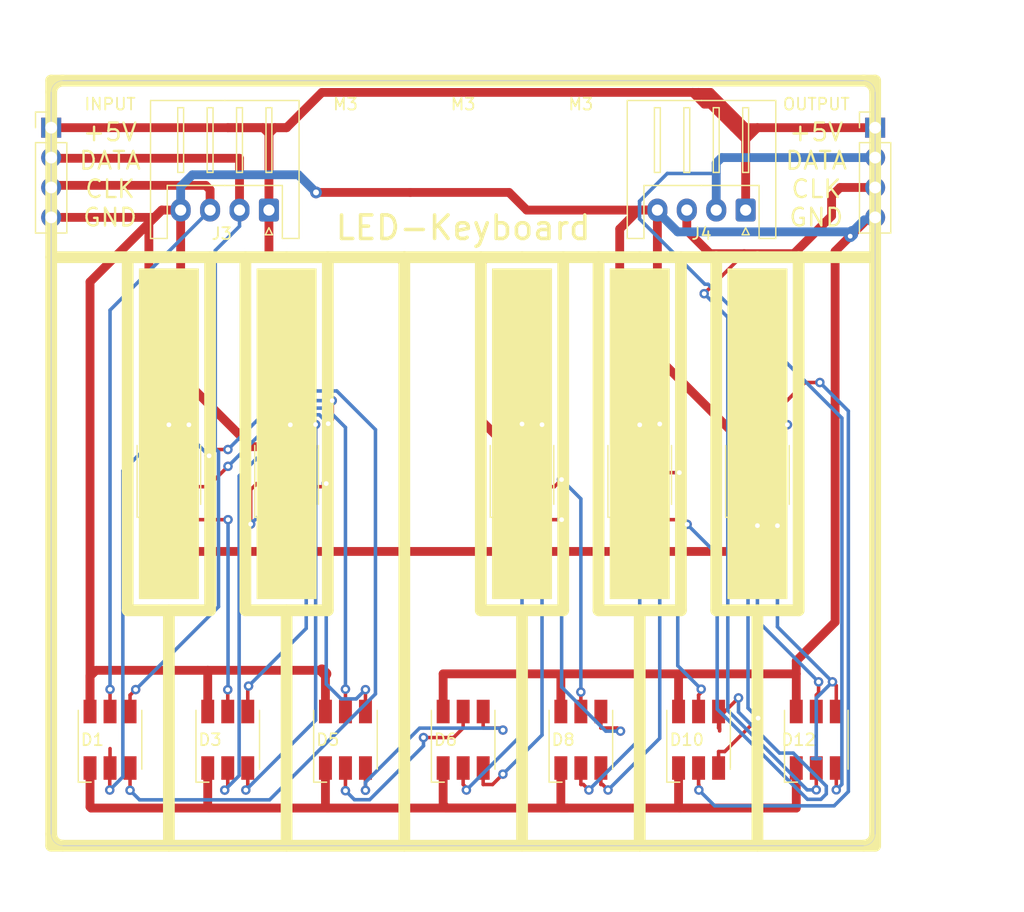
<source format=kicad_pcb>
(kicad_pcb (version 20171130) (host pcbnew "(5.1.0)-1")

  (general
    (thickness 1.6)
    (drawings 73)
    (tracks 435)
    (zones 0)
    (modules 19)
    (nets 29)
  )

  (page A4)
  (layers
    (0 F.Cu signal)
    (31 B.Cu signal)
    (32 B.Adhes user)
    (33 F.Adhes user)
    (34 B.Paste user)
    (35 F.Paste user)
    (36 B.SilkS user)
    (37 F.SilkS user)
    (38 B.Mask user)
    (39 F.Mask user)
    (40 Dwgs.User user)
    (41 Cmts.User user)
    (42 Eco1.User user)
    (43 Eco2.User user)
    (44 Edge.Cuts user)
    (45 Margin user)
    (46 B.CrtYd user)
    (47 F.CrtYd user)
    (48 B.Fab user)
    (49 F.Fab user)
  )

  (setup
    (last_trace_width 0.75)
    (user_trace_width 0.5)
    (user_trace_width 0.75)
    (user_trace_width 1)
    (trace_clearance 0.25)
    (zone_clearance 0.508)
    (zone_45_only no)
    (trace_min 0.2)
    (via_size 0.8)
    (via_drill 0.4)
    (via_min_size 0.4)
    (via_min_drill 0.3)
    (uvia_size 0.3)
    (uvia_drill 0.1)
    (uvias_allowed no)
    (uvia_min_size 0.2)
    (uvia_min_drill 0.1)
    (edge_width 0.05)
    (segment_width 0.2)
    (pcb_text_width 0.3)
    (pcb_text_size 1.5 1.5)
    (mod_edge_width 0.12)
    (mod_text_size 1 1)
    (mod_text_width 0.15)
    (pad_size 1.524 1.524)
    (pad_drill 0.762)
    (pad_to_mask_clearance 0.051)
    (solder_mask_min_width 0.25)
    (aux_axis_origin 0 0)
    (visible_elements 7FFFFFFF)
    (pcbplotparams
      (layerselection 0x3ffff_ffffffff)
      (usegerberextensions false)
      (usegerberattributes false)
      (usegerberadvancedattributes false)
      (creategerberjobfile false)
      (excludeedgelayer true)
      (linewidth 0.100000)
      (plotframeref false)
      (viasonmask false)
      (mode 1)
      (useauxorigin false)
      (hpglpennumber 1)
      (hpglpenspeed 20)
      (hpglpendiameter 15.000000)
      (psnegative false)
      (psa4output false)
      (plotreference true)
      (plotvalue true)
      (plotinvisibletext false)
      (padsonsilk false)
      (subtractmaskfromsilk false)
      (outputformat 1)
      (mirror false)
      (drillshape 0)
      (scaleselection 1)
      (outputdirectory "Gaver/"))
  )

  (net 0 "")
  (net 1 +5V)
  (net 2 "Net-(D1-Pad2)")
  (net 3 "Net-(D1-Pad3)")
  (net 4 "Net-(D1-Pad4)")
  (net 5 "Net-(D1-Pad5)")
  (net 6 GND)
  (net 7 "Net-(D2-Pad3)")
  (net 8 "Net-(D2-Pad2)")
  (net 9 "Net-(D3-Pad2)")
  (net 10 "Net-(D3-Pad3)")
  (net 11 "Net-(D4-Pad3)")
  (net 12 "Net-(D4-Pad2)")
  (net 13 "Net-(D5-Pad2)")
  (net 14 "Net-(D5-Pad3)")
  (net 15 "Net-(D6-Pad3)")
  (net 16 "Net-(D6-Pad2)")
  (net 17 "Net-(D7-Pad2)")
  (net 18 "Net-(D7-Pad3)")
  (net 19 "Net-(D8-Pad3)")
  (net 20 "Net-(D8-Pad2)")
  (net 21 "Net-(D10-Pad5)")
  (net 22 "Net-(D10-Pad4)")
  (net 23 "Net-(D10-Pad3)")
  (net 24 "Net-(D10-Pad2)")
  (net 25 "Net-(D11-Pad2)")
  (net 26 "Net-(D11-Pad3)")
  (net 27 "Net-(D12-Pad3)")
  (net 28 "Net-(D12-Pad2)")

  (net_class Default "これはデフォルトのネット クラスです。"
    (clearance 0.25)
    (trace_width 0.3)
    (via_dia 0.8)
    (via_drill 0.4)
    (uvia_dia 0.3)
    (uvia_drill 0.1)
    (add_net "Net-(D1-Pad2)")
    (add_net "Net-(D1-Pad3)")
    (add_net "Net-(D1-Pad4)")
    (add_net "Net-(D1-Pad5)")
    (add_net "Net-(D10-Pad2)")
    (add_net "Net-(D10-Pad3)")
    (add_net "Net-(D10-Pad4)")
    (add_net "Net-(D10-Pad5)")
    (add_net "Net-(D11-Pad2)")
    (add_net "Net-(D11-Pad3)")
    (add_net "Net-(D12-Pad2)")
    (add_net "Net-(D12-Pad3)")
    (add_net "Net-(D2-Pad2)")
    (add_net "Net-(D2-Pad3)")
    (add_net "Net-(D3-Pad2)")
    (add_net "Net-(D3-Pad3)")
    (add_net "Net-(D4-Pad2)")
    (add_net "Net-(D4-Pad3)")
    (add_net "Net-(D5-Pad2)")
    (add_net "Net-(D5-Pad3)")
    (add_net "Net-(D6-Pad2)")
    (add_net "Net-(D6-Pad3)")
    (add_net "Net-(D7-Pad2)")
    (add_net "Net-(D7-Pad3)")
    (add_net "Net-(D8-Pad2)")
    (add_net "Net-(D8-Pad3)")
  )

  (net_class Power ""
    (clearance 0.5)
    (trace_width 1)
    (via_dia 0.8)
    (via_drill 0.4)
    (uvia_dia 0.3)
    (uvia_drill 0.1)
    (add_net +5V)
    (add_net GND)
  )

  (module MountingHole:MountingHole_3.2mm_M3 (layer F.Cu) (tedit 56D1B4CB) (tstamp 5CAAB19D)
    (at 135 35)
    (descr "Mounting Hole 3.2mm, no annular, M3")
    (tags "mounting hole 3.2mm no annular m3")
    (attr virtual)
    (fp_text reference M3 (at 0 -3) (layer F.SilkS)
      (effects (font (size 1 1) (thickness 0.15)))
    )
    (fp_text value MountingHole_3.2mm_M3 (at 1 -11) (layer F.Fab)
      (effects (font (size 1 1) (thickness 0.15)))
    )
    (fp_circle (center 0 0) (end 3.45 0) (layer F.CrtYd) (width 0.05))
    (fp_circle (center 0 0) (end 3.2 0) (layer Cmts.User) (width 0.15))
    (fp_text user %R (at 0 -9) (layer F.Fab)
      (effects (font (size 1 1) (thickness 0.15)))
    )
    (pad 1 np_thru_hole circle (at 0 0) (size 3.2 3.2) (drill 3.2) (layers *.Cu *.Mask))
  )

  (module MountingHole:MountingHole_3.2mm_M3 (layer F.Cu) (tedit 56D1B4CB) (tstamp 5CAAB187)
    (at 125 35)
    (descr "Mounting Hole 3.2mm, no annular, M3")
    (tags "mounting hole 3.2mm no annular m3")
    (attr virtual)
    (fp_text reference M3 (at 0 -3) (layer F.SilkS)
      (effects (font (size 1 1) (thickness 0.15)))
    )
    (fp_text value MountingHole_3.2mm_M3 (at 1 -11) (layer F.Fab)
      (effects (font (size 1 1) (thickness 0.15)))
    )
    (fp_text user %R (at 0 -9) (layer F.Fab)
      (effects (font (size 1 1) (thickness 0.15)))
    )
    (fp_circle (center 0 0) (end 3.2 0) (layer Cmts.User) (width 0.15))
    (fp_circle (center 0 0) (end 3.45 0) (layer F.CrtYd) (width 0.05))
    (pad 1 np_thru_hole circle (at 0 0) (size 3.2 3.2) (drill 3.2) (layers *.Cu *.Mask))
  )

  (module MountingHole:MountingHole_3.2mm_M3 (layer F.Cu) (tedit 56D1B4CB) (tstamp 5CAAAD7E)
    (at 145 35)
    (descr "Mounting Hole 3.2mm, no annular, M3")
    (tags "mounting hole 3.2mm no annular m3")
    (attr virtual)
    (fp_text reference M3 (at 0 -3) (layer F.SilkS)
      (effects (font (size 1 1) (thickness 0.15)))
    )
    (fp_text value MountingHole_3.2mm_M3 (at 0 -11) (layer F.Fab)
      (effects (font (size 1 1) (thickness 0.15)))
    )
    (fp_circle (center 0 0) (end 3.45 0) (layer F.CrtYd) (width 0.05))
    (fp_circle (center 0 0) (end 3.2 0) (layer Cmts.User) (width 0.15))
    (fp_text user %R (at 0 -9) (layer F.Fab)
      (effects (font (size 1 1) (thickness 0.15)))
    )
    (pad 1 np_thru_hole circle (at 0 0) (size 3.2 3.2) (drill 3.2) (layers *.Cu *.Mask))
  )

  (module LED_SMD:LED_RGB_5050-6 (layer F.Cu) (tedit 59155824) (tstamp 5CA7EBA7)
    (at 105 86 90)
    (descr http://cdn.sparkfun.com/datasheets/Components/LED/5060BRG4.pdf)
    (tags "RGB LED 5050-6")
    (path /5C8DC9D1)
    (attr smd)
    (fp_text reference D1 (at 0 -1.5) (layer F.SilkS)
      (effects (font (size 1 1) (thickness 0.15)))
    )
    (fp_text value APA102C (at 0 3.3 90) (layer F.Fab)
      (effects (font (size 1 1) (thickness 0.15)))
    )
    (fp_line (start -2.5 -1.9) (end -1.9 -2.5) (layer F.Fab) (width 0.1))
    (fp_line (start 2.5 -2.5) (end -2.5 -2.5) (layer F.Fab) (width 0.1))
    (fp_line (start 2.5 2.5) (end 2.5 -2.5) (layer F.Fab) (width 0.1))
    (fp_line (start -2.5 2.5) (end 2.5 2.5) (layer F.Fab) (width 0.1))
    (fp_line (start -2.5 -2.5) (end -2.5 2.5) (layer F.Fab) (width 0.1))
    (fp_line (start -3.6 -2.7) (end 2.5 -2.7) (layer F.SilkS) (width 0.12))
    (fp_line (start -3.6 -1.6) (end -3.6 -2.7) (layer F.SilkS) (width 0.12))
    (fp_line (start 2.5 2.7) (end -2.5 2.7) (layer F.SilkS) (width 0.12))
    (fp_line (start 3.65 -2.75) (end -3.65 -2.75) (layer F.CrtYd) (width 0.05))
    (fp_line (start 3.65 2.75) (end 3.65 -2.75) (layer F.CrtYd) (width 0.05))
    (fp_line (start -3.65 2.75) (end 3.65 2.75) (layer F.CrtYd) (width 0.05))
    (fp_line (start -3.65 -2.75) (end -3.65 2.75) (layer F.CrtYd) (width 0.05))
    (fp_text user %R (at 0 0 90) (layer F.Fab)
      (effects (font (size 0.6 0.6) (thickness 0.06)))
    )
    (fp_circle (center 0 0) (end 0 -1.9) (layer F.Fab) (width 0.1))
    (pad 1 smd rect (at -2.4 -1.7 180) (size 1.1 2) (layers F.Cu F.Paste F.Mask)
      (net 1 +5V))
    (pad 2 smd rect (at -2.4 0 180) (size 1.1 2) (layers F.Cu F.Paste F.Mask)
      (net 2 "Net-(D1-Pad2)"))
    (pad 3 smd rect (at -2.4 1.7 180) (size 1.1 2) (layers F.Cu F.Paste F.Mask)
      (net 3 "Net-(D1-Pad3)"))
    (pad 4 smd rect (at 2.4 1.7 180) (size 1.1 2) (layers F.Cu F.Paste F.Mask)
      (net 4 "Net-(D1-Pad4)"))
    (pad 5 smd rect (at 2.4 0 180) (size 1.1 2) (layers F.Cu F.Paste F.Mask)
      (net 5 "Net-(D1-Pad5)"))
    (pad 6 smd rect (at 2.4 -1.7 180) (size 1.1 2) (layers F.Cu F.Paste F.Mask)
      (net 6 GND))
    (model ${KISYS3DMOD}/LED_SMD.3dshapes/LED_RGB_5050-6.wrl
      (at (xyz 0 0 0))
      (scale (xyz 1 1 1))
      (rotate (xyz 0 0 0))
    )
  )

  (module LED_SMD:LED_RGB_5050-6 (layer F.Cu) (tedit 59155824) (tstamp 5CA7EEC2)
    (at 110 63.5 90)
    (descr http://cdn.sparkfun.com/datasheets/Components/LED/5060BRG4.pdf)
    (tags "RGB LED 5050-6")
    (path /5C8DD250)
    (attr smd)
    (fp_text reference D2 (at 0 -1.5 270) (layer F.SilkS)
      (effects (font (size 1 1) (thickness 0.15)))
    )
    (fp_text value APA102C (at 0 3.3 90) (layer F.Fab)
      (effects (font (size 1 1) (thickness 0.15)))
    )
    (fp_circle (center 0 0) (end 0 -1.9) (layer F.Fab) (width 0.1))
    (fp_text user %R (at 0 0 90) (layer F.Fab)
      (effects (font (size 0.6 0.6) (thickness 0.06)))
    )
    (fp_line (start -3.65 -2.75) (end -3.65 2.75) (layer F.CrtYd) (width 0.05))
    (fp_line (start -3.65 2.75) (end 3.65 2.75) (layer F.CrtYd) (width 0.05))
    (fp_line (start 3.65 2.75) (end 3.65 -2.75) (layer F.CrtYd) (width 0.05))
    (fp_line (start 3.65 -2.75) (end -3.65 -2.75) (layer F.CrtYd) (width 0.05))
    (fp_line (start 2.5 2.7) (end -2.5 2.7) (layer F.SilkS) (width 0.12))
    (fp_line (start -3.6 -1.6) (end -3.6 -2.7) (layer F.SilkS) (width 0.12))
    (fp_line (start -3.6 -2.7) (end 2.5 -2.7) (layer F.SilkS) (width 0.12))
    (fp_line (start -2.5 -2.5) (end -2.5 2.5) (layer F.Fab) (width 0.1))
    (fp_line (start -2.5 2.5) (end 2.5 2.5) (layer F.Fab) (width 0.1))
    (fp_line (start 2.5 2.5) (end 2.5 -2.5) (layer F.Fab) (width 0.1))
    (fp_line (start 2.5 -2.5) (end -2.5 -2.5) (layer F.Fab) (width 0.1))
    (fp_line (start -2.5 -1.9) (end -1.9 -2.5) (layer F.Fab) (width 0.1))
    (pad 6 smd rect (at 2.4 -1.7 180) (size 1.1 2) (layers F.Cu F.Paste F.Mask)
      (net 6 GND))
    (pad 5 smd rect (at 2.4 0 180) (size 1.1 2) (layers F.Cu F.Paste F.Mask)
      (net 2 "Net-(D1-Pad2)"))
    (pad 4 smd rect (at 2.4 1.7 180) (size 1.1 2) (layers F.Cu F.Paste F.Mask)
      (net 3 "Net-(D1-Pad3)"))
    (pad 3 smd rect (at -2.4 1.7 180) (size 1.1 2) (layers F.Cu F.Paste F.Mask)
      (net 7 "Net-(D2-Pad3)"))
    (pad 2 smd rect (at -2.4 0 180) (size 1.1 2) (layers F.Cu F.Paste F.Mask)
      (net 8 "Net-(D2-Pad2)"))
    (pad 1 smd rect (at -2.4 -1.7 180) (size 1.1 2) (layers F.Cu F.Paste F.Mask)
      (net 1 +5V))
    (model ${KISYS3DMOD}/LED_SMD.3dshapes/LED_RGB_5050-6.wrl
      (at (xyz 0 0 0))
      (scale (xyz 1 1 1))
      (rotate (xyz 0 0 0))
    )
  )

  (module LED_SMD:LED_RGB_5050-6 (layer F.Cu) (tedit 59155824) (tstamp 5CA7ECC0)
    (at 115 86 90)
    (descr http://cdn.sparkfun.com/datasheets/Components/LED/5060BRG4.pdf)
    (tags "RGB LED 5050-6")
    (path /5C8DE2A1)
    (attr smd)
    (fp_text reference D3 (at 0 -1.5) (layer F.SilkS)
      (effects (font (size 1 1) (thickness 0.15)))
    )
    (fp_text value APA102C (at 0 3.3 90) (layer F.Fab)
      (effects (font (size 1 1) (thickness 0.15)))
    )
    (fp_line (start -2.5 -1.9) (end -1.9 -2.5) (layer F.Fab) (width 0.1))
    (fp_line (start 2.5 -2.5) (end -2.5 -2.5) (layer F.Fab) (width 0.1))
    (fp_line (start 2.5 2.5) (end 2.5 -2.5) (layer F.Fab) (width 0.1))
    (fp_line (start -2.5 2.5) (end 2.5 2.5) (layer F.Fab) (width 0.1))
    (fp_line (start -2.5 -2.5) (end -2.5 2.5) (layer F.Fab) (width 0.1))
    (fp_line (start -3.6 -2.7) (end 2.5 -2.7) (layer F.SilkS) (width 0.12))
    (fp_line (start -3.6 -1.6) (end -3.6 -2.7) (layer F.SilkS) (width 0.12))
    (fp_line (start 2.5 2.7) (end -2.5 2.7) (layer F.SilkS) (width 0.12))
    (fp_line (start 3.65 -2.75) (end -3.65 -2.75) (layer F.CrtYd) (width 0.05))
    (fp_line (start 3.65 2.75) (end 3.65 -2.75) (layer F.CrtYd) (width 0.05))
    (fp_line (start -3.65 2.75) (end 3.65 2.75) (layer F.CrtYd) (width 0.05))
    (fp_line (start -3.65 -2.75) (end -3.65 2.75) (layer F.CrtYd) (width 0.05))
    (fp_text user %R (at 0 0 90) (layer F.Fab)
      (effects (font (size 0.6 0.6) (thickness 0.06)))
    )
    (fp_circle (center 0 0) (end 0 -1.9) (layer F.Fab) (width 0.1))
    (pad 1 smd rect (at -2.4 -1.7 180) (size 1.1 2) (layers F.Cu F.Paste F.Mask)
      (net 1 +5V))
    (pad 2 smd rect (at -2.4 0 180) (size 1.1 2) (layers F.Cu F.Paste F.Mask)
      (net 9 "Net-(D3-Pad2)"))
    (pad 3 smd rect (at -2.4 1.7 180) (size 1.1 2) (layers F.Cu F.Paste F.Mask)
      (net 10 "Net-(D3-Pad3)"))
    (pad 4 smd rect (at 2.4 1.7 180) (size 1.1 2) (layers F.Cu F.Paste F.Mask)
      (net 7 "Net-(D2-Pad3)"))
    (pad 5 smd rect (at 2.4 0 180) (size 1.1 2) (layers F.Cu F.Paste F.Mask)
      (net 8 "Net-(D2-Pad2)"))
    (pad 6 smd rect (at 2.4 -1.7 180) (size 1.1 2) (layers F.Cu F.Paste F.Mask)
      (net 6 GND))
    (model ${KISYS3DMOD}/LED_SMD.3dshapes/LED_RGB_5050-6.wrl
      (at (xyz 0 0 0))
      (scale (xyz 1 1 1))
      (rotate (xyz 0 0 0))
    )
  )

  (module LED_SMD:LED_RGB_5050-6 (layer F.Cu) (tedit 59155824) (tstamp 5CA7D870)
    (at 120 63.5 90)
    (descr http://cdn.sparkfun.com/datasheets/Components/LED/5060BRG4.pdf)
    (tags "RGB LED 5050-6")
    (path /5C8DF38D)
    (attr smd)
    (fp_text reference D4 (at 0 -1.5 270) (layer F.SilkS)
      (effects (font (size 1 1) (thickness 0.15)))
    )
    (fp_text value APA102C (at 0 3.3 90) (layer F.Fab)
      (effects (font (size 1 1) (thickness 0.15)))
    )
    (fp_circle (center 0 0) (end 0 -1.9) (layer F.Fab) (width 0.1))
    (fp_text user %R (at 0 0 90) (layer F.Fab)
      (effects (font (size 0.6 0.6) (thickness 0.06)))
    )
    (fp_line (start -3.65 -2.75) (end -3.65 2.75) (layer F.CrtYd) (width 0.05))
    (fp_line (start -3.65 2.75) (end 3.65 2.75) (layer F.CrtYd) (width 0.05))
    (fp_line (start 3.65 2.75) (end 3.65 -2.75) (layer F.CrtYd) (width 0.05))
    (fp_line (start 3.65 -2.75) (end -3.65 -2.75) (layer F.CrtYd) (width 0.05))
    (fp_line (start 2.5 2.7) (end -2.5 2.7) (layer F.SilkS) (width 0.12))
    (fp_line (start -3.6 -1.6) (end -3.6 -2.7) (layer F.SilkS) (width 0.12))
    (fp_line (start -3.6 -2.7) (end 2.5 -2.7) (layer F.SilkS) (width 0.12))
    (fp_line (start -2.5 -2.5) (end -2.5 2.5) (layer F.Fab) (width 0.1))
    (fp_line (start -2.5 2.5) (end 2.5 2.5) (layer F.Fab) (width 0.1))
    (fp_line (start 2.5 2.5) (end 2.5 -2.5) (layer F.Fab) (width 0.1))
    (fp_line (start 2.5 -2.5) (end -2.5 -2.5) (layer F.Fab) (width 0.1))
    (fp_line (start -2.5 -1.9) (end -1.9 -2.5) (layer F.Fab) (width 0.1))
    (pad 6 smd rect (at 2.4 -1.7 180) (size 1.1 2) (layers F.Cu F.Paste F.Mask)
      (net 6 GND))
    (pad 5 smd rect (at 2.4 0 180) (size 1.1 2) (layers F.Cu F.Paste F.Mask)
      (net 9 "Net-(D3-Pad2)"))
    (pad 4 smd rect (at 2.4 1.7 180) (size 1.1 2) (layers F.Cu F.Paste F.Mask)
      (net 10 "Net-(D3-Pad3)"))
    (pad 3 smd rect (at -2.4 1.7 180) (size 1.1 2) (layers F.Cu F.Paste F.Mask)
      (net 11 "Net-(D4-Pad3)"))
    (pad 2 smd rect (at -2.4 0 180) (size 1.1 2) (layers F.Cu F.Paste F.Mask)
      (net 12 "Net-(D4-Pad2)"))
    (pad 1 smd rect (at -2.4 -1.7 180) (size 1.1 2) (layers F.Cu F.Paste F.Mask)
      (net 1 +5V))
    (model ${KISYS3DMOD}/LED_SMD.3dshapes/LED_RGB_5050-6.wrl
      (at (xyz 0 0 0))
      (scale (xyz 1 1 1))
      (rotate (xyz 0 0 0))
    )
  )

  (module LED_SMD:LED_RGB_5050-6 (layer F.Cu) (tedit 59155824) (tstamp 5CA7D888)
    (at 125 86 90)
    (descr http://cdn.sparkfun.com/datasheets/Components/LED/5060BRG4.pdf)
    (tags "RGB LED 5050-6")
    (path /5C8E0A32)
    (attr smd)
    (fp_text reference D5 (at 0 -1.5) (layer F.SilkS)
      (effects (font (size 1 1) (thickness 0.15)))
    )
    (fp_text value APA102C (at 0 3.3 90) (layer F.Fab)
      (effects (font (size 1 1) (thickness 0.15)))
    )
    (fp_line (start -2.5 -1.9) (end -1.9 -2.5) (layer F.Fab) (width 0.1))
    (fp_line (start 2.5 -2.5) (end -2.5 -2.5) (layer F.Fab) (width 0.1))
    (fp_line (start 2.5 2.5) (end 2.5 -2.5) (layer F.Fab) (width 0.1))
    (fp_line (start -2.5 2.5) (end 2.5 2.5) (layer F.Fab) (width 0.1))
    (fp_line (start -2.5 -2.5) (end -2.5 2.5) (layer F.Fab) (width 0.1))
    (fp_line (start -3.6 -2.7) (end 2.5 -2.7) (layer F.SilkS) (width 0.12))
    (fp_line (start -3.6 -1.6) (end -3.6 -2.7) (layer F.SilkS) (width 0.12))
    (fp_line (start 2.5 2.7) (end -2.5 2.7) (layer F.SilkS) (width 0.12))
    (fp_line (start 3.65 -2.75) (end -3.65 -2.75) (layer F.CrtYd) (width 0.05))
    (fp_line (start 3.65 2.75) (end 3.65 -2.75) (layer F.CrtYd) (width 0.05))
    (fp_line (start -3.65 2.75) (end 3.65 2.75) (layer F.CrtYd) (width 0.05))
    (fp_line (start -3.65 -2.75) (end -3.65 2.75) (layer F.CrtYd) (width 0.05))
    (fp_text user %R (at 0 0 90) (layer F.Fab)
      (effects (font (size 0.6 0.6) (thickness 0.06)))
    )
    (fp_circle (center 0 0) (end 0 -1.9) (layer F.Fab) (width 0.1))
    (pad 1 smd rect (at -2.4 -1.7 180) (size 1.1 2) (layers F.Cu F.Paste F.Mask)
      (net 1 +5V))
    (pad 2 smd rect (at -2.4 0 180) (size 1.1 2) (layers F.Cu F.Paste F.Mask)
      (net 13 "Net-(D5-Pad2)"))
    (pad 3 smd rect (at -2.4 1.7 180) (size 1.1 2) (layers F.Cu F.Paste F.Mask)
      (net 14 "Net-(D5-Pad3)"))
    (pad 4 smd rect (at 2.4 1.7 180) (size 1.1 2) (layers F.Cu F.Paste F.Mask)
      (net 11 "Net-(D4-Pad3)"))
    (pad 5 smd rect (at 2.4 0 180) (size 1.1 2) (layers F.Cu F.Paste F.Mask)
      (net 12 "Net-(D4-Pad2)"))
    (pad 6 smd rect (at 2.4 -1.7 180) (size 1.1 2) (layers F.Cu F.Paste F.Mask)
      (net 6 GND))
    (model ${KISYS3DMOD}/LED_SMD.3dshapes/LED_RGB_5050-6.wrl
      (at (xyz 0 0 0))
      (scale (xyz 1 1 1))
      (rotate (xyz 0 0 0))
    )
  )

  (module LED_SMD:LED_RGB_5050-6 (layer F.Cu) (tedit 59155824) (tstamp 5CA7E931)
    (at 135 86 90)
    (descr http://cdn.sparkfun.com/datasheets/Components/LED/5060BRG4.pdf)
    (tags "RGB LED 5050-6")
    (path /5C8E176C)
    (attr smd)
    (fp_text reference D6 (at 0 -1.5) (layer F.SilkS)
      (effects (font (size 1 1) (thickness 0.15)))
    )
    (fp_text value APA102C (at 0 3.3 90) (layer F.Fab)
      (effects (font (size 1 1) (thickness 0.15)))
    )
    (fp_circle (center 0 0) (end 0 -1.9) (layer F.Fab) (width 0.1))
    (fp_text user %R (at 0 0 90) (layer F.Fab)
      (effects (font (size 0.6 0.6) (thickness 0.06)))
    )
    (fp_line (start -3.65 -2.75) (end -3.65 2.75) (layer F.CrtYd) (width 0.05))
    (fp_line (start -3.65 2.75) (end 3.65 2.75) (layer F.CrtYd) (width 0.05))
    (fp_line (start 3.65 2.75) (end 3.65 -2.75) (layer F.CrtYd) (width 0.05))
    (fp_line (start 3.65 -2.75) (end -3.65 -2.75) (layer F.CrtYd) (width 0.05))
    (fp_line (start 2.5 2.7) (end -2.5 2.7) (layer F.SilkS) (width 0.12))
    (fp_line (start -3.6 -1.6) (end -3.6 -2.7) (layer F.SilkS) (width 0.12))
    (fp_line (start -3.6 -2.7) (end 2.5 -2.7) (layer F.SilkS) (width 0.12))
    (fp_line (start -2.5 -2.5) (end -2.5 2.5) (layer F.Fab) (width 0.1))
    (fp_line (start -2.5 2.5) (end 2.5 2.5) (layer F.Fab) (width 0.1))
    (fp_line (start 2.5 2.5) (end 2.5 -2.5) (layer F.Fab) (width 0.1))
    (fp_line (start 2.5 -2.5) (end -2.5 -2.5) (layer F.Fab) (width 0.1))
    (fp_line (start -2.5 -1.9) (end -1.9 -2.5) (layer F.Fab) (width 0.1))
    (pad 6 smd rect (at 2.4 -1.7 180) (size 1.1 2) (layers F.Cu F.Paste F.Mask)
      (net 6 GND))
    (pad 5 smd rect (at 2.4 0 180) (size 1.1 2) (layers F.Cu F.Paste F.Mask)
      (net 13 "Net-(D5-Pad2)"))
    (pad 4 smd rect (at 2.4 1.7 180) (size 1.1 2) (layers F.Cu F.Paste F.Mask)
      (net 14 "Net-(D5-Pad3)"))
    (pad 3 smd rect (at -2.4 1.7 180) (size 1.1 2) (layers F.Cu F.Paste F.Mask)
      (net 15 "Net-(D6-Pad3)"))
    (pad 2 smd rect (at -2.4 0 180) (size 1.1 2) (layers F.Cu F.Paste F.Mask)
      (net 16 "Net-(D6-Pad2)"))
    (pad 1 smd rect (at -2.4 -1.7 180) (size 1.1 2) (layers F.Cu F.Paste F.Mask)
      (net 1 +5V))
    (model ${KISYS3DMOD}/LED_SMD.3dshapes/LED_RGB_5050-6.wrl
      (at (xyz 0 0 0))
      (scale (xyz 1 1 1))
      (rotate (xyz 0 0 0))
    )
  )

  (module LED_SMD:LED_RGB_5050-6 (layer F.Cu) (tedit 59155824) (tstamp 5CA7EF65)
    (at 140 63.5 90)
    (descr http://cdn.sparkfun.com/datasheets/Components/LED/5060BRG4.pdf)
    (tags "RGB LED 5050-6")
    (path /5C8E2378)
    (attr smd)
    (fp_text reference D7 (at 0 -1.5) (layer F.SilkS)
      (effects (font (size 1 1) (thickness 0.15)))
    )
    (fp_text value APA102C (at 0 3.3 90) (layer F.Fab)
      (effects (font (size 1 1) (thickness 0.15)))
    )
    (fp_line (start -2.5 -1.9) (end -1.9 -2.5) (layer F.Fab) (width 0.1))
    (fp_line (start 2.5 -2.5) (end -2.5 -2.5) (layer F.Fab) (width 0.1))
    (fp_line (start 2.5 2.5) (end 2.5 -2.5) (layer F.Fab) (width 0.1))
    (fp_line (start -2.5 2.5) (end 2.5 2.5) (layer F.Fab) (width 0.1))
    (fp_line (start -2.5 -2.5) (end -2.5 2.5) (layer F.Fab) (width 0.1))
    (fp_line (start -3.6 -2.7) (end 2.5 -2.7) (layer F.SilkS) (width 0.12))
    (fp_line (start -3.6 -1.6) (end -3.6 -2.7) (layer F.SilkS) (width 0.12))
    (fp_line (start 2.5 2.7) (end -2.5 2.7) (layer F.SilkS) (width 0.12))
    (fp_line (start 3.65 -2.75) (end -3.65 -2.75) (layer F.CrtYd) (width 0.05))
    (fp_line (start 3.65 2.75) (end 3.65 -2.75) (layer F.CrtYd) (width 0.05))
    (fp_line (start -3.65 2.75) (end 3.65 2.75) (layer F.CrtYd) (width 0.05))
    (fp_line (start -3.65 -2.75) (end -3.65 2.75) (layer F.CrtYd) (width 0.05))
    (fp_text user %R (at 0 0 90) (layer F.Fab)
      (effects (font (size 0.6 0.6) (thickness 0.06)))
    )
    (fp_circle (center 0 0) (end 0 -1.9) (layer F.Fab) (width 0.1))
    (pad 1 smd rect (at -2.4 -1.7 180) (size 1.1 2) (layers F.Cu F.Paste F.Mask)
      (net 1 +5V))
    (pad 2 smd rect (at -2.4 0 180) (size 1.1 2) (layers F.Cu F.Paste F.Mask)
      (net 17 "Net-(D7-Pad2)"))
    (pad 3 smd rect (at -2.4 1.7 180) (size 1.1 2) (layers F.Cu F.Paste F.Mask)
      (net 18 "Net-(D7-Pad3)"))
    (pad 4 smd rect (at 2.4 1.7 180) (size 1.1 2) (layers F.Cu F.Paste F.Mask)
      (net 15 "Net-(D6-Pad3)"))
    (pad 5 smd rect (at 2.4 0 180) (size 1.1 2) (layers F.Cu F.Paste F.Mask)
      (net 16 "Net-(D6-Pad2)"))
    (pad 6 smd rect (at 2.4 -1.7 180) (size 1.1 2) (layers F.Cu F.Paste F.Mask)
      (net 6 GND))
    (model ${KISYS3DMOD}/LED_SMD.3dshapes/LED_RGB_5050-6.wrl
      (at (xyz 0 0 0))
      (scale (xyz 1 1 1))
      (rotate (xyz 0 0 0))
    )
  )

  (module LED_SMD:LED_RGB_5050-6 (layer F.Cu) (tedit 59155824) (tstamp 5CA7D8D0)
    (at 145 86 90)
    (descr http://cdn.sparkfun.com/datasheets/Components/LED/5060BRG4.pdf)
    (tags "RGB LED 5050-6")
    (path /5C8ECEC4)
    (attr smd)
    (fp_text reference D8 (at 0 -1.5) (layer F.SilkS)
      (effects (font (size 1 1) (thickness 0.15)))
    )
    (fp_text value APA102C (at 0 3.3 90) (layer F.Fab)
      (effects (font (size 1 1) (thickness 0.15)))
    )
    (fp_circle (center 0 0) (end 0 -1.9) (layer F.Fab) (width 0.1))
    (fp_text user %R (at 0 0 90) (layer F.Fab)
      (effects (font (size 0.6 0.6) (thickness 0.06)))
    )
    (fp_line (start -3.65 -2.75) (end -3.65 2.75) (layer F.CrtYd) (width 0.05))
    (fp_line (start -3.65 2.75) (end 3.65 2.75) (layer F.CrtYd) (width 0.05))
    (fp_line (start 3.65 2.75) (end 3.65 -2.75) (layer F.CrtYd) (width 0.05))
    (fp_line (start 3.65 -2.75) (end -3.65 -2.75) (layer F.CrtYd) (width 0.05))
    (fp_line (start 2.5 2.7) (end -2.5 2.7) (layer F.SilkS) (width 0.12))
    (fp_line (start -3.6 -1.6) (end -3.6 -2.7) (layer F.SilkS) (width 0.12))
    (fp_line (start -3.6 -2.7) (end 2.5 -2.7) (layer F.SilkS) (width 0.12))
    (fp_line (start -2.5 -2.5) (end -2.5 2.5) (layer F.Fab) (width 0.1))
    (fp_line (start -2.5 2.5) (end 2.5 2.5) (layer F.Fab) (width 0.1))
    (fp_line (start 2.5 2.5) (end 2.5 -2.5) (layer F.Fab) (width 0.1))
    (fp_line (start 2.5 -2.5) (end -2.5 -2.5) (layer F.Fab) (width 0.1))
    (fp_line (start -2.5 -1.9) (end -1.9 -2.5) (layer F.Fab) (width 0.1))
    (pad 6 smd rect (at 2.4 -1.7 180) (size 1.1 2) (layers F.Cu F.Paste F.Mask)
      (net 6 GND))
    (pad 5 smd rect (at 2.4 0 180) (size 1.1 2) (layers F.Cu F.Paste F.Mask)
      (net 17 "Net-(D7-Pad2)"))
    (pad 4 smd rect (at 2.4 1.7 180) (size 1.1 2) (layers F.Cu F.Paste F.Mask)
      (net 18 "Net-(D7-Pad3)"))
    (pad 3 smd rect (at -2.4 1.7 180) (size 1.1 2) (layers F.Cu F.Paste F.Mask)
      (net 19 "Net-(D8-Pad3)"))
    (pad 2 smd rect (at -2.4 0 180) (size 1.1 2) (layers F.Cu F.Paste F.Mask)
      (net 20 "Net-(D8-Pad2)"))
    (pad 1 smd rect (at -2.4 -1.7 180) (size 1.1 2) (layers F.Cu F.Paste F.Mask)
      (net 1 +5V))
    (model ${KISYS3DMOD}/LED_SMD.3dshapes/LED_RGB_5050-6.wrl
      (at (xyz 0 0 0))
      (scale (xyz 1 1 1))
      (rotate (xyz 0 0 0))
    )
  )

  (module LED_SMD:LED_RGB_5050-6 (layer F.Cu) (tedit 59155824) (tstamp 5CA7D8E8)
    (at 150 63.5 90)
    (descr http://cdn.sparkfun.com/datasheets/Components/LED/5060BRG4.pdf)
    (tags "RGB LED 5050-6")
    (path /5C8ECECA)
    (attr smd)
    (fp_text reference D9 (at 0 -1.5) (layer F.SilkS)
      (effects (font (size 1 1) (thickness 0.15)))
    )
    (fp_text value APA102C (at 0 3.3 90) (layer F.Fab)
      (effects (font (size 1 1) (thickness 0.15)))
    )
    (fp_line (start -2.5 -1.9) (end -1.9 -2.5) (layer F.Fab) (width 0.1))
    (fp_line (start 2.5 -2.5) (end -2.5 -2.5) (layer F.Fab) (width 0.1))
    (fp_line (start 2.5 2.5) (end 2.5 -2.5) (layer F.Fab) (width 0.1))
    (fp_line (start -2.5 2.5) (end 2.5 2.5) (layer F.Fab) (width 0.1))
    (fp_line (start -2.5 -2.5) (end -2.5 2.5) (layer F.Fab) (width 0.1))
    (fp_line (start -3.6 -2.7) (end 2.5 -2.7) (layer F.SilkS) (width 0.12))
    (fp_line (start -3.6 -1.6) (end -3.6 -2.7) (layer F.SilkS) (width 0.12))
    (fp_line (start 2.5 2.7) (end -2.5 2.7) (layer F.SilkS) (width 0.12))
    (fp_line (start 3.65 -2.75) (end -3.65 -2.75) (layer F.CrtYd) (width 0.05))
    (fp_line (start 3.65 2.75) (end 3.65 -2.75) (layer F.CrtYd) (width 0.05))
    (fp_line (start -3.65 2.75) (end 3.65 2.75) (layer F.CrtYd) (width 0.05))
    (fp_line (start -3.65 -2.75) (end -3.65 2.75) (layer F.CrtYd) (width 0.05))
    (fp_text user %R (at 0 0 90) (layer F.Fab)
      (effects (font (size 0.6 0.6) (thickness 0.06)))
    )
    (fp_circle (center 0 0) (end 0 -1.9) (layer F.Fab) (width 0.1))
    (pad 1 smd rect (at -2.4 -1.7 180) (size 1.1 2) (layers F.Cu F.Paste F.Mask)
      (net 1 +5V))
    (pad 2 smd rect (at -2.4 0 180) (size 1.1 2) (layers F.Cu F.Paste F.Mask)
      (net 21 "Net-(D10-Pad5)"))
    (pad 3 smd rect (at -2.4 1.7 180) (size 1.1 2) (layers F.Cu F.Paste F.Mask)
      (net 22 "Net-(D10-Pad4)"))
    (pad 4 smd rect (at 2.4 1.7 180) (size 1.1 2) (layers F.Cu F.Paste F.Mask)
      (net 19 "Net-(D8-Pad3)"))
    (pad 5 smd rect (at 2.4 0 180) (size 1.1 2) (layers F.Cu F.Paste F.Mask)
      (net 20 "Net-(D8-Pad2)"))
    (pad 6 smd rect (at 2.4 -1.7 180) (size 1.1 2) (layers F.Cu F.Paste F.Mask)
      (net 6 GND))
    (model ${KISYS3DMOD}/LED_SMD.3dshapes/LED_RGB_5050-6.wrl
      (at (xyz 0 0 0))
      (scale (xyz 1 1 1))
      (rotate (xyz 0 0 0))
    )
  )

  (module LED_SMD:LED_RGB_5050-6 (layer F.Cu) (tedit 59155824) (tstamp 5CA7D900)
    (at 155 86 90)
    (descr http://cdn.sparkfun.com/datasheets/Components/LED/5060BRG4.pdf)
    (tags "RGB LED 5050-6")
    (path /5C8ECED0)
    (attr smd)
    (fp_text reference D10 (at 0 -1) (layer F.SilkS)
      (effects (font (size 1 1) (thickness 0.15)))
    )
    (fp_text value APA102C (at 0 3.3 90) (layer F.Fab)
      (effects (font (size 1 1) (thickness 0.15)))
    )
    (fp_circle (center 0 0) (end 0 -1.9) (layer F.Fab) (width 0.1))
    (fp_text user %R (at 0 0 90) (layer F.Fab)
      (effects (font (size 0.6 0.6) (thickness 0.06)))
    )
    (fp_line (start -3.65 -2.75) (end -3.65 2.75) (layer F.CrtYd) (width 0.05))
    (fp_line (start -3.65 2.75) (end 3.65 2.75) (layer F.CrtYd) (width 0.05))
    (fp_line (start 3.65 2.75) (end 3.65 -2.75) (layer F.CrtYd) (width 0.05))
    (fp_line (start 3.65 -2.75) (end -3.65 -2.75) (layer F.CrtYd) (width 0.05))
    (fp_line (start 2.5 2.7) (end -2.5 2.7) (layer F.SilkS) (width 0.12))
    (fp_line (start -3.6 -1.6) (end -3.6 -2.7) (layer F.SilkS) (width 0.12))
    (fp_line (start -3.6 -2.7) (end 2.5 -2.7) (layer F.SilkS) (width 0.12))
    (fp_line (start -2.5 -2.5) (end -2.5 2.5) (layer F.Fab) (width 0.1))
    (fp_line (start -2.5 2.5) (end 2.5 2.5) (layer F.Fab) (width 0.1))
    (fp_line (start 2.5 2.5) (end 2.5 -2.5) (layer F.Fab) (width 0.1))
    (fp_line (start 2.5 -2.5) (end -2.5 -2.5) (layer F.Fab) (width 0.1))
    (fp_line (start -2.5 -1.9) (end -1.9 -2.5) (layer F.Fab) (width 0.1))
    (pad 6 smd rect (at 2.4 -1.7 180) (size 1.1 2) (layers F.Cu F.Paste F.Mask)
      (net 6 GND))
    (pad 5 smd rect (at 2.4 0 180) (size 1.1 2) (layers F.Cu F.Paste F.Mask)
      (net 21 "Net-(D10-Pad5)"))
    (pad 4 smd rect (at 2.4 1.7 180) (size 1.1 2) (layers F.Cu F.Paste F.Mask)
      (net 22 "Net-(D10-Pad4)"))
    (pad 3 smd rect (at -2.4 1.7 180) (size 1.1 2) (layers F.Cu F.Paste F.Mask)
      (net 23 "Net-(D10-Pad3)"))
    (pad 2 smd rect (at -2.4 0 180) (size 1.1 2) (layers F.Cu F.Paste F.Mask)
      (net 24 "Net-(D10-Pad2)"))
    (pad 1 smd rect (at -2.4 -1.7 180) (size 1.1 2) (layers F.Cu F.Paste F.Mask)
      (net 1 +5V))
    (model ${KISYS3DMOD}/LED_SMD.3dshapes/LED_RGB_5050-6.wrl
      (at (xyz 0 0 0))
      (scale (xyz 1 1 1))
      (rotate (xyz 0 0 0))
    )
  )

  (module LED_SMD:LED_RGB_5050-6 (layer F.Cu) (tedit 59155824) (tstamp 5CA7D918)
    (at 160 63.5 90)
    (descr http://cdn.sparkfun.com/datasheets/Components/LED/5060BRG4.pdf)
    (tags "RGB LED 5050-6")
    (path /5C8ECED6)
    (attr smd)
    (fp_text reference D11 (at 0 -1) (layer F.SilkS)
      (effects (font (size 1 1) (thickness 0.15)))
    )
    (fp_text value APA102C (at 0 3.3 90) (layer F.Fab)
      (effects (font (size 1 1) (thickness 0.15)))
    )
    (fp_line (start -2.5 -1.9) (end -1.9 -2.5) (layer F.Fab) (width 0.1))
    (fp_line (start 2.5 -2.5) (end -2.5 -2.5) (layer F.Fab) (width 0.1))
    (fp_line (start 2.5 2.5) (end 2.5 -2.5) (layer F.Fab) (width 0.1))
    (fp_line (start -2.5 2.5) (end 2.5 2.5) (layer F.Fab) (width 0.1))
    (fp_line (start -2.5 -2.5) (end -2.5 2.5) (layer F.Fab) (width 0.1))
    (fp_line (start -3.6 -2.7) (end 2.5 -2.7) (layer F.SilkS) (width 0.12))
    (fp_line (start -3.6 -1.6) (end -3.6 -2.7) (layer F.SilkS) (width 0.12))
    (fp_line (start 2.5 2.7) (end -2.5 2.7) (layer F.SilkS) (width 0.12))
    (fp_line (start 3.65 -2.75) (end -3.65 -2.75) (layer F.CrtYd) (width 0.05))
    (fp_line (start 3.65 2.75) (end 3.65 -2.75) (layer F.CrtYd) (width 0.05))
    (fp_line (start -3.65 2.75) (end 3.65 2.75) (layer F.CrtYd) (width 0.05))
    (fp_line (start -3.65 -2.75) (end -3.65 2.75) (layer F.CrtYd) (width 0.05))
    (fp_text user %R (at 0 0 90) (layer F.Fab)
      (effects (font (size 0.6 0.6) (thickness 0.06)))
    )
    (fp_circle (center 0 0) (end 0 -1.9) (layer F.Fab) (width 0.1))
    (pad 1 smd rect (at -2.4 -1.7 180) (size 1.1 2) (layers F.Cu F.Paste F.Mask)
      (net 1 +5V))
    (pad 2 smd rect (at -2.4 0 180) (size 1.1 2) (layers F.Cu F.Paste F.Mask)
      (net 25 "Net-(D11-Pad2)"))
    (pad 3 smd rect (at -2.4 1.7 180) (size 1.1 2) (layers F.Cu F.Paste F.Mask)
      (net 26 "Net-(D11-Pad3)"))
    (pad 4 smd rect (at 2.4 1.7 180) (size 1.1 2) (layers F.Cu F.Paste F.Mask)
      (net 23 "Net-(D10-Pad3)"))
    (pad 5 smd rect (at 2.4 0 180) (size 1.1 2) (layers F.Cu F.Paste F.Mask)
      (net 24 "Net-(D10-Pad2)"))
    (pad 6 smd rect (at 2.4 -1.7 180) (size 1.1 2) (layers F.Cu F.Paste F.Mask)
      (net 6 GND))
    (model ${KISYS3DMOD}/LED_SMD.3dshapes/LED_RGB_5050-6.wrl
      (at (xyz 0 0 0))
      (scale (xyz 1 1 1))
      (rotate (xyz 0 0 0))
    )
  )

  (module LED_SMD:LED_RGB_5050-6 (layer F.Cu) (tedit 59155824) (tstamp 5CA7D930)
    (at 165 86 90)
    (descr http://cdn.sparkfun.com/datasheets/Components/LED/5060BRG4.pdf)
    (tags "RGB LED 5050-6")
    (path /5C8ECEDC)
    (attr smd)
    (fp_text reference D12 (at 0 -1.5) (layer F.SilkS)
      (effects (font (size 1 1) (thickness 0.15)))
    )
    (fp_text value APA102C (at 0 3.3 90) (layer F.Fab)
      (effects (font (size 1 1) (thickness 0.15)))
    )
    (fp_circle (center 0 0) (end 0 -1.9) (layer F.Fab) (width 0.1))
    (fp_text user %R (at 0 0 90) (layer F.Fab)
      (effects (font (size 0.6 0.6) (thickness 0.06)))
    )
    (fp_line (start -3.65 -2.75) (end -3.65 2.75) (layer F.CrtYd) (width 0.05))
    (fp_line (start -3.65 2.75) (end 3.65 2.75) (layer F.CrtYd) (width 0.05))
    (fp_line (start 3.65 2.75) (end 3.65 -2.75) (layer F.CrtYd) (width 0.05))
    (fp_line (start 3.65 -2.75) (end -3.65 -2.75) (layer F.CrtYd) (width 0.05))
    (fp_line (start 2.5 2.7) (end -2.5 2.7) (layer F.SilkS) (width 0.12))
    (fp_line (start -3.6 -1.6) (end -3.6 -2.7) (layer F.SilkS) (width 0.12))
    (fp_line (start -3.6 -2.7) (end 2.5 -2.7) (layer F.SilkS) (width 0.12))
    (fp_line (start -2.5 -2.5) (end -2.5 2.5) (layer F.Fab) (width 0.1))
    (fp_line (start -2.5 2.5) (end 2.5 2.5) (layer F.Fab) (width 0.1))
    (fp_line (start 2.5 2.5) (end 2.5 -2.5) (layer F.Fab) (width 0.1))
    (fp_line (start 2.5 -2.5) (end -2.5 -2.5) (layer F.Fab) (width 0.1))
    (fp_line (start -2.5 -1.9) (end -1.9 -2.5) (layer F.Fab) (width 0.1))
    (pad 6 smd rect (at 2.4 -1.7 180) (size 1.1 2) (layers F.Cu F.Paste F.Mask)
      (net 6 GND))
    (pad 5 smd rect (at 2.4 0 180) (size 1.1 2) (layers F.Cu F.Paste F.Mask)
      (net 25 "Net-(D11-Pad2)"))
    (pad 4 smd rect (at 2.4 1.7 180) (size 1.1 2) (layers F.Cu F.Paste F.Mask)
      (net 26 "Net-(D11-Pad3)"))
    (pad 3 smd rect (at -2.4 1.7 180) (size 1.1 2) (layers F.Cu F.Paste F.Mask)
      (net 27 "Net-(D12-Pad3)"))
    (pad 2 smd rect (at -2.4 0 180) (size 1.1 2) (layers F.Cu F.Paste F.Mask)
      (net 28 "Net-(D12-Pad2)"))
    (pad 1 smd rect (at -2.4 -1.7 180) (size 1.1 2) (layers F.Cu F.Paste F.Mask)
      (net 1 +5V))
    (model ${KISYS3DMOD}/LED_SMD.3dshapes/LED_RGB_5050-6.wrl
      (at (xyz 0 0 0))
      (scale (xyz 1 1 1))
      (rotate (xyz 0 0 0))
    )
  )

  (module Connector_PinHeader_2.54mm:PinHeader_1x04_P2.54mm_Vertical (layer F.Cu) (tedit 59FED5CC) (tstamp 5CA7DD6C)
    (at 100 34)
    (descr "Through hole straight pin header, 1x04, 2.54mm pitch, single row")
    (tags "Through hole pin header THT 1x04 2.54mm single row")
    (path /5CA35914)
    (fp_text reference INPUT (at 5 -2) (layer F.SilkS)
      (effects (font (size 1 1) (thickness 0.15)))
    )
    (fp_text value Conn_01x04_Female (at -3.5 4 90) (layer F.Fab)
      (effects (font (size 1 1) (thickness 0.15)))
    )
    (fp_text user %R (at 0 3.81 90) (layer F.Fab)
      (effects (font (size 1 1) (thickness 0.15)))
    )
    (fp_line (start 1.8 -1.8) (end -1.8 -1.8) (layer F.CrtYd) (width 0.05))
    (fp_line (start 1.8 9.4) (end 1.8 -1.8) (layer F.CrtYd) (width 0.05))
    (fp_line (start -1.8 9.4) (end 1.8 9.4) (layer F.CrtYd) (width 0.05))
    (fp_line (start -1.8 -1.8) (end -1.8 9.4) (layer F.CrtYd) (width 0.05))
    (fp_line (start -1.33 -1.33) (end 0 -1.33) (layer F.SilkS) (width 0.12))
    (fp_line (start -1.33 0) (end -1.33 -1.33) (layer F.SilkS) (width 0.12))
    (fp_line (start -1.33 1.27) (end 1.33 1.27) (layer F.SilkS) (width 0.12))
    (fp_line (start 1.33 1.27) (end 1.33 8.95) (layer F.SilkS) (width 0.12))
    (fp_line (start -1.33 1.27) (end -1.33 8.95) (layer F.SilkS) (width 0.12))
    (fp_line (start -1.33 8.95) (end 1.33 8.95) (layer F.SilkS) (width 0.12))
    (fp_line (start -1.27 -0.635) (end -0.635 -1.27) (layer F.Fab) (width 0.1))
    (fp_line (start -1.27 8.89) (end -1.27 -0.635) (layer F.Fab) (width 0.1))
    (fp_line (start 1.27 8.89) (end -1.27 8.89) (layer F.Fab) (width 0.1))
    (fp_line (start 1.27 -1.27) (end 1.27 8.89) (layer F.Fab) (width 0.1))
    (fp_line (start -0.635 -1.27) (end 1.27 -1.27) (layer F.Fab) (width 0.1))
    (pad 4 thru_hole oval (at 0 7.62) (size 1.7 1.7) (drill 1) (layers *.Cu *.Mask)
      (net 6 GND))
    (pad 3 thru_hole oval (at 0 5.08) (size 1.7 1.7) (drill 1) (layers *.Cu *.Mask)
      (net 5 "Net-(D1-Pad5)"))
    (pad 2 thru_hole oval (at 0 2.54) (size 1.7 1.7) (drill 1) (layers *.Cu *.Mask)
      (net 4 "Net-(D1-Pad4)"))
    (pad 1 thru_hole rect (at 0 0) (size 1.7 1.7) (drill 1) (layers *.Cu *.Mask)
      (net 1 +5V))
    (model ${KISYS3DMOD}/Connector_PinHeader_2.54mm.3dshapes/PinHeader_1x04_P2.54mm_Vertical.wrl
      (at (xyz 0 0 0))
      (scale (xyz 1 1 1))
      (rotate (xyz 0 0 0))
    )
  )

  (module Connector_PinHeader_2.54mm:PinHeader_1x04_P2.54mm_Vertical (layer F.Cu) (tedit 59FED5CC) (tstamp 5CA7F524)
    (at 170 34)
    (descr "Through hole straight pin header, 1x04, 2.54mm pitch, single row")
    (tags "Through hole pin header THT 1x04 2.54mm single row")
    (path /5CA2C454)
    (fp_text reference OUTPUT (at -5 -2) (layer F.SilkS)
      (effects (font (size 1 1) (thickness 0.15)))
    )
    (fp_text value Conn_01x04_Female (at 3 4 90) (layer F.Fab)
      (effects (font (size 1 1) (thickness 0.15)))
    )
    (fp_line (start -0.635 -1.27) (end 1.27 -1.27) (layer F.Fab) (width 0.1))
    (fp_line (start 1.27 -1.27) (end 1.27 8.89) (layer F.Fab) (width 0.1))
    (fp_line (start 1.27 8.89) (end -1.27 8.89) (layer F.Fab) (width 0.1))
    (fp_line (start -1.27 8.89) (end -1.27 -0.635) (layer F.Fab) (width 0.1))
    (fp_line (start -1.27 -0.635) (end -0.635 -1.27) (layer F.Fab) (width 0.1))
    (fp_line (start -1.33 8.95) (end 1.33 8.95) (layer F.SilkS) (width 0.12))
    (fp_line (start -1.33 1.27) (end -1.33 8.95) (layer F.SilkS) (width 0.12))
    (fp_line (start 1.33 1.27) (end 1.33 8.95) (layer F.SilkS) (width 0.12))
    (fp_line (start -1.33 1.27) (end 1.33 1.27) (layer F.SilkS) (width 0.12))
    (fp_line (start -1.33 0) (end -1.33 -1.33) (layer F.SilkS) (width 0.12))
    (fp_line (start -1.33 -1.33) (end 0 -1.33) (layer F.SilkS) (width 0.12))
    (fp_line (start -1.8 -1.8) (end -1.8 9.4) (layer F.CrtYd) (width 0.05))
    (fp_line (start -1.8 9.4) (end 1.8 9.4) (layer F.CrtYd) (width 0.05))
    (fp_line (start 1.8 9.4) (end 1.8 -1.8) (layer F.CrtYd) (width 0.05))
    (fp_line (start 1.8 -1.8) (end -1.8 -1.8) (layer F.CrtYd) (width 0.05))
    (fp_text user %R (at 0 3.81 90) (layer F.Fab)
      (effects (font (size 1 1) (thickness 0.15)))
    )
    (pad 1 thru_hole rect (at 0 0) (size 1.7 1.7) (drill 1) (layers *.Cu *.Mask)
      (net 1 +5V))
    (pad 2 thru_hole oval (at 0 2.54) (size 1.7 1.7) (drill 1) (layers *.Cu *.Mask)
      (net 27 "Net-(D12-Pad3)"))
    (pad 3 thru_hole oval (at 0 5.08) (size 1.7 1.7) (drill 1) (layers *.Cu *.Mask)
      (net 28 "Net-(D12-Pad2)"))
    (pad 4 thru_hole oval (at 0 7.62) (size 1.7 1.7) (drill 1) (layers *.Cu *.Mask)
      (net 6 GND))
    (model ${KISYS3DMOD}/Connector_PinHeader_2.54mm.3dshapes/PinHeader_1x04_P2.54mm_Vertical.wrl
      (at (xyz 0 0 0))
      (scale (xyz 1 1 1))
      (rotate (xyz 0 0 0))
    )
  )

  (module Connector_JST:JST_XH_S4B-XH-A_1x04_P2.50mm_Horizontal (layer F.Cu) (tedit 5C281475) (tstamp 5CA7F656)
    (at 118.5 41 180)
    (descr "JST XH series connector, S4B-XH-A (http://www.jst-mfg.com/product/pdf/eng/eXH.pdf), generated with kicad-footprint-generator")
    (tags "connector JST XH horizontal")
    (path /5CA78A50)
    (fp_text reference J3 (at 4 -2 180) (layer F.SilkS)
      (effects (font (size 1 1) (thickness 0.15)))
    )
    (fp_text value Conn_01x04_Male (at 3.75 10.4 180) (layer F.Fab)
      (effects (font (size 1 1) (thickness 0.15)))
    )
    (fp_line (start -2.95 -2.8) (end -2.95 9.7) (layer F.CrtYd) (width 0.05))
    (fp_line (start -2.95 9.7) (end 10.45 9.7) (layer F.CrtYd) (width 0.05))
    (fp_line (start 10.45 9.7) (end 10.45 -2.8) (layer F.CrtYd) (width 0.05))
    (fp_line (start 10.45 -2.8) (end -2.95 -2.8) (layer F.CrtYd) (width 0.05))
    (fp_line (start 3.75 9.31) (end -2.56 9.31) (layer F.SilkS) (width 0.12))
    (fp_line (start -2.56 9.31) (end -2.56 -2.41) (layer F.SilkS) (width 0.12))
    (fp_line (start -2.56 -2.41) (end -1.14 -2.41) (layer F.SilkS) (width 0.12))
    (fp_line (start -1.14 -2.41) (end -1.14 2.09) (layer F.SilkS) (width 0.12))
    (fp_line (start -1.14 2.09) (end 3.75 2.09) (layer F.SilkS) (width 0.12))
    (fp_line (start 3.75 9.31) (end 10.06 9.31) (layer F.SilkS) (width 0.12))
    (fp_line (start 10.06 9.31) (end 10.06 -2.41) (layer F.SilkS) (width 0.12))
    (fp_line (start 10.06 -2.41) (end 8.64 -2.41) (layer F.SilkS) (width 0.12))
    (fp_line (start 8.64 -2.41) (end 8.64 2.09) (layer F.SilkS) (width 0.12))
    (fp_line (start 8.64 2.09) (end 3.75 2.09) (layer F.SilkS) (width 0.12))
    (fp_line (start 3.75 9.2) (end -2.45 9.2) (layer F.Fab) (width 0.1))
    (fp_line (start -2.45 9.2) (end -2.45 -2.3) (layer F.Fab) (width 0.1))
    (fp_line (start -2.45 -2.3) (end -1.25 -2.3) (layer F.Fab) (width 0.1))
    (fp_line (start -1.25 -2.3) (end -1.25 2.2) (layer F.Fab) (width 0.1))
    (fp_line (start -1.25 2.2) (end 3.75 2.2) (layer F.Fab) (width 0.1))
    (fp_line (start 3.75 9.2) (end 9.95 9.2) (layer F.Fab) (width 0.1))
    (fp_line (start 9.95 9.2) (end 9.95 -2.3) (layer F.Fab) (width 0.1))
    (fp_line (start 9.95 -2.3) (end 8.75 -2.3) (layer F.Fab) (width 0.1))
    (fp_line (start 8.75 -2.3) (end 8.75 2.2) (layer F.Fab) (width 0.1))
    (fp_line (start 8.75 2.2) (end 3.75 2.2) (layer F.Fab) (width 0.1))
    (fp_line (start -0.25 3.2) (end -0.25 8.7) (layer F.SilkS) (width 0.12))
    (fp_line (start -0.25 8.7) (end 0.25 8.7) (layer F.SilkS) (width 0.12))
    (fp_line (start 0.25 8.7) (end 0.25 3.2) (layer F.SilkS) (width 0.12))
    (fp_line (start 0.25 3.2) (end -0.25 3.2) (layer F.SilkS) (width 0.12))
    (fp_line (start 2.25 3.2) (end 2.25 8.7) (layer F.SilkS) (width 0.12))
    (fp_line (start 2.25 8.7) (end 2.75 8.7) (layer F.SilkS) (width 0.12))
    (fp_line (start 2.75 8.7) (end 2.75 3.2) (layer F.SilkS) (width 0.12))
    (fp_line (start 2.75 3.2) (end 2.25 3.2) (layer F.SilkS) (width 0.12))
    (fp_line (start 4.75 3.2) (end 4.75 8.7) (layer F.SilkS) (width 0.12))
    (fp_line (start 4.75 8.7) (end 5.25 8.7) (layer F.SilkS) (width 0.12))
    (fp_line (start 5.25 8.7) (end 5.25 3.2) (layer F.SilkS) (width 0.12))
    (fp_line (start 5.25 3.2) (end 4.75 3.2) (layer F.SilkS) (width 0.12))
    (fp_line (start 7.25 3.2) (end 7.25 8.7) (layer F.SilkS) (width 0.12))
    (fp_line (start 7.25 8.7) (end 7.75 8.7) (layer F.SilkS) (width 0.12))
    (fp_line (start 7.75 8.7) (end 7.75 3.2) (layer F.SilkS) (width 0.12))
    (fp_line (start 7.75 3.2) (end 7.25 3.2) (layer F.SilkS) (width 0.12))
    (fp_line (start 0 -1.5) (end -0.3 -2.1) (layer F.SilkS) (width 0.12))
    (fp_line (start -0.3 -2.1) (end 0.3 -2.1) (layer F.SilkS) (width 0.12))
    (fp_line (start 0.3 -2.1) (end 0 -1.5) (layer F.SilkS) (width 0.12))
    (fp_line (start -0.625 2.2) (end 0 1.2) (layer F.Fab) (width 0.1))
    (fp_line (start 0 1.2) (end 0.625 2.2) (layer F.Fab) (width 0.1))
    (fp_text user %R (at 3.75 3.45 180) (layer F.Fab)
      (effects (font (size 1 1) (thickness 0.15)))
    )
    (pad 1 thru_hole roundrect (at 0 0 180) (size 1.7 1.95) (drill 0.95) (layers *.Cu *.Mask) (roundrect_rratio 0.147059)
      (net 1 +5V))
    (pad 2 thru_hole oval (at 2.5 0 180) (size 1.7 1.95) (drill 0.95) (layers *.Cu *.Mask)
      (net 4 "Net-(D1-Pad4)"))
    (pad 3 thru_hole oval (at 5 0 180) (size 1.7 1.95) (drill 0.95) (layers *.Cu *.Mask)
      (net 5 "Net-(D1-Pad5)"))
    (pad 4 thru_hole oval (at 7.5 0 180) (size 1.7 1.95) (drill 0.95) (layers *.Cu *.Mask)
      (net 6 GND))
    (model ${KISYS3DMOD}/Connector_JST.3dshapes/JST_XH_S4B-XH-A_1x04_P2.50mm_Horizontal.wrl
      (at (xyz 0 0 0))
      (scale (xyz 1 1 1))
      (rotate (xyz 0 0 0))
    )
  )

  (module Connector_JST:JST_XH_S4B-XH-A_1x04_P2.50mm_Horizontal (layer F.Cu) (tedit 5C281475) (tstamp 5CA7D9CC)
    (at 159 41 180)
    (descr "JST XH series connector, S4B-XH-A (http://www.jst-mfg.com/product/pdf/eng/eXH.pdf), generated with kicad-footprint-generator")
    (tags "connector JST XH horizontal")
    (path /5CA91744)
    (fp_text reference J4 (at 3.75 -2 180) (layer F.SilkS)
      (effects (font (size 1 1) (thickness 0.15)))
    )
    (fp_text value Conn_01x04_Male (at 3.75 10.4 180) (layer F.Fab)
      (effects (font (size 1 1) (thickness 0.15)))
    )
    (fp_text user %R (at 3.75 3.45 180) (layer F.Fab)
      (effects (font (size 1 1) (thickness 0.15)))
    )
    (fp_line (start 0 1.2) (end 0.625 2.2) (layer F.Fab) (width 0.1))
    (fp_line (start -0.625 2.2) (end 0 1.2) (layer F.Fab) (width 0.1))
    (fp_line (start 0.3 -2.1) (end 0 -1.5) (layer F.SilkS) (width 0.12))
    (fp_line (start -0.3 -2.1) (end 0.3 -2.1) (layer F.SilkS) (width 0.12))
    (fp_line (start 0 -1.5) (end -0.3 -2.1) (layer F.SilkS) (width 0.12))
    (fp_line (start 7.75 3.2) (end 7.25 3.2) (layer F.SilkS) (width 0.12))
    (fp_line (start 7.75 8.7) (end 7.75 3.2) (layer F.SilkS) (width 0.12))
    (fp_line (start 7.25 8.7) (end 7.75 8.7) (layer F.SilkS) (width 0.12))
    (fp_line (start 7.25 3.2) (end 7.25 8.7) (layer F.SilkS) (width 0.12))
    (fp_line (start 5.25 3.2) (end 4.75 3.2) (layer F.SilkS) (width 0.12))
    (fp_line (start 5.25 8.7) (end 5.25 3.2) (layer F.SilkS) (width 0.12))
    (fp_line (start 4.75 8.7) (end 5.25 8.7) (layer F.SilkS) (width 0.12))
    (fp_line (start 4.75 3.2) (end 4.75 8.7) (layer F.SilkS) (width 0.12))
    (fp_line (start 2.75 3.2) (end 2.25 3.2) (layer F.SilkS) (width 0.12))
    (fp_line (start 2.75 8.7) (end 2.75 3.2) (layer F.SilkS) (width 0.12))
    (fp_line (start 2.25 8.7) (end 2.75 8.7) (layer F.SilkS) (width 0.12))
    (fp_line (start 2.25 3.2) (end 2.25 8.7) (layer F.SilkS) (width 0.12))
    (fp_line (start 0.25 3.2) (end -0.25 3.2) (layer F.SilkS) (width 0.12))
    (fp_line (start 0.25 8.7) (end 0.25 3.2) (layer F.SilkS) (width 0.12))
    (fp_line (start -0.25 8.7) (end 0.25 8.7) (layer F.SilkS) (width 0.12))
    (fp_line (start -0.25 3.2) (end -0.25 8.7) (layer F.SilkS) (width 0.12))
    (fp_line (start 8.75 2.2) (end 3.75 2.2) (layer F.Fab) (width 0.1))
    (fp_line (start 8.75 -2.3) (end 8.75 2.2) (layer F.Fab) (width 0.1))
    (fp_line (start 9.95 -2.3) (end 8.75 -2.3) (layer F.Fab) (width 0.1))
    (fp_line (start 9.95 9.2) (end 9.95 -2.3) (layer F.Fab) (width 0.1))
    (fp_line (start 3.75 9.2) (end 9.95 9.2) (layer F.Fab) (width 0.1))
    (fp_line (start -1.25 2.2) (end 3.75 2.2) (layer F.Fab) (width 0.1))
    (fp_line (start -1.25 -2.3) (end -1.25 2.2) (layer F.Fab) (width 0.1))
    (fp_line (start -2.45 -2.3) (end -1.25 -2.3) (layer F.Fab) (width 0.1))
    (fp_line (start -2.45 9.2) (end -2.45 -2.3) (layer F.Fab) (width 0.1))
    (fp_line (start 3.75 9.2) (end -2.45 9.2) (layer F.Fab) (width 0.1))
    (fp_line (start 8.64 2.09) (end 3.75 2.09) (layer F.SilkS) (width 0.12))
    (fp_line (start 8.64 -2.41) (end 8.64 2.09) (layer F.SilkS) (width 0.12))
    (fp_line (start 10.06 -2.41) (end 8.64 -2.41) (layer F.SilkS) (width 0.12))
    (fp_line (start 10.06 9.31) (end 10.06 -2.41) (layer F.SilkS) (width 0.12))
    (fp_line (start 3.75 9.31) (end 10.06 9.31) (layer F.SilkS) (width 0.12))
    (fp_line (start -1.14 2.09) (end 3.75 2.09) (layer F.SilkS) (width 0.12))
    (fp_line (start -1.14 -2.41) (end -1.14 2.09) (layer F.SilkS) (width 0.12))
    (fp_line (start -2.56 -2.41) (end -1.14 -2.41) (layer F.SilkS) (width 0.12))
    (fp_line (start -2.56 9.31) (end -2.56 -2.41) (layer F.SilkS) (width 0.12))
    (fp_line (start 3.75 9.31) (end -2.56 9.31) (layer F.SilkS) (width 0.12))
    (fp_line (start 10.45 -2.8) (end -2.95 -2.8) (layer F.CrtYd) (width 0.05))
    (fp_line (start 10.45 9.7) (end 10.45 -2.8) (layer F.CrtYd) (width 0.05))
    (fp_line (start -2.95 9.7) (end 10.45 9.7) (layer F.CrtYd) (width 0.05))
    (fp_line (start -2.95 -2.8) (end -2.95 9.7) (layer F.CrtYd) (width 0.05))
    (pad 4 thru_hole oval (at 7.5 0 180) (size 1.7 1.95) (drill 0.95) (layers *.Cu *.Mask)
      (net 6 GND))
    (pad 3 thru_hole oval (at 5 0 180) (size 1.7 1.95) (drill 0.95) (layers *.Cu *.Mask)
      (net 28 "Net-(D12-Pad2)"))
    (pad 2 thru_hole oval (at 2.5 0 180) (size 1.7 1.95) (drill 0.95) (layers *.Cu *.Mask)
      (net 27 "Net-(D12-Pad3)"))
    (pad 1 thru_hole roundrect (at 0 0 180) (size 1.7 1.95) (drill 0.95) (layers *.Cu *.Mask) (roundrect_rratio 0.147059)
      (net 1 +5V))
    (model ${KISYS3DMOD}/Connector_JST.3dshapes/JST_XH_S4B-XH-A_1x04_P2.50mm_Horizontal.wrl
      (at (xyz 0 0 0))
      (scale (xyz 1 1 1))
      (rotate (xyz 0 0 0))
    )
  )

  (gr_text "+5V\nDATA\nCLK\nGND" (at 165 38) (layer F.SilkS) (tstamp 5CA9EE3E)
    (effects (font (size 1.5 1.5) (thickness 0.2)))
  )
  (gr_text "+5V\nDATA\nCLK\nGND" (at 105 38) (layer F.SilkS)
    (effects (font (size 1.5 1.5) (thickness 0.2)))
  )
  (gr_arc (start 101 31) (end 101 30) (angle -90) (layer F.SilkS) (width 1))
  (gr_arc (start 169 31) (end 170 31) (angle -90) (layer F.SilkS) (width 1))
  (gr_arc (start 101 94) (end 100 94) (angle -90) (layer F.SilkS) (width 1))
  (gr_arc (start 169 94) (end 169 95) (angle -90) (layer F.SilkS) (width 1))
  (gr_text LED-Keyboard (at 135 42.5) (layer F.SilkS)
    (effects (font (size 2 2) (thickness 0.3)))
  )
  (gr_arc (start 101 94) (end 100 94) (angle -90) (layer Edge.Cuts) (width 0.05))
  (gr_arc (start 101 31) (end 101 30) (angle -90) (layer Edge.Cuts) (width 0.05))
  (gr_arc (start 169 31) (end 170 31) (angle -90) (layer Edge.Cuts) (width 0.05))
  (gr_arc (start 169 94) (end 169 95) (angle -90) (layer Edge.Cuts) (width 0.05))
  (dimension 65 (width 0.15) (layer F.Fab)
    (gr_text "65.000 mm" (at 181.3 62.5 90) (layer F.Fab)
      (effects (font (size 1 1) (thickness 0.15)))
    )
    (feature1 (pts (xy 170 30) (xy 180.586421 30)))
    (feature2 (pts (xy 170 95) (xy 180.586421 95)))
    (crossbar (pts (xy 180 95) (xy 180 30)))
    (arrow1a (pts (xy 180 30) (xy 180.586421 31.126504)))
    (arrow1b (pts (xy 180 30) (xy 179.413579 31.126504)))
    (arrow2a (pts (xy 180 95) (xy 180.586421 93.873496)))
    (arrow2b (pts (xy 180 95) (xy 179.413579 93.873496)))
  )
  (dimension 70 (width 0.15) (layer F.Fab)
    (gr_text "70.000 mm" (at 135 101.299999) (layer F.Fab)
      (effects (font (size 1 1) (thickness 0.15)))
    )
    (feature1 (pts (xy 170 95) (xy 170 100.58642)))
    (feature2 (pts (xy 100 95) (xy 100 100.58642)))
    (crossbar (pts (xy 100 99.999999) (xy 170 99.999999)))
    (arrow1a (pts (xy 170 99.999999) (xy 168.873496 100.58642)))
    (arrow1b (pts (xy 170 99.999999) (xy 168.873496 99.413578)))
    (arrow2a (pts (xy 100 99.999999) (xy 101.126504 100.58642)))
    (arrow2b (pts (xy 100 99.999999) (xy 101.126504 99.413578)))
  )
  (gr_line (start 100 94) (end 100 31) (layer Edge.Cuts) (width 0.1))
  (gr_line (start 169 95) (end 101 95) (layer Edge.Cuts) (width 0.1))
  (gr_line (start 170 31) (end 170 94) (layer Edge.Cuts) (width 0.1))
  (gr_line (start 101 30) (end 169 30) (layer Edge.Cuts) (width 0.1))
  (gr_line (start 100 30) (end 170 30) (layer F.SilkS) (width 1))
  (gr_poly (pts (xy 157.5 46) (xy 162.5 46) (xy 162.5 74) (xy 157.5 74)) (layer F.SilkS) (width 0.1))
  (gr_poly (pts (xy 147.5 46) (xy 152.5 46) (xy 152.5 74) (xy 147.5 74)) (layer F.SilkS) (width 0.1))
  (gr_poly (pts (xy 137.5 46) (xy 142.5 46) (xy 142.5 74) (xy 137.5 74)) (layer F.SilkS) (width 0.1))
  (gr_poly (pts (xy 117.5 46) (xy 122.5 46) (xy 122.5 74) (xy 117.5 74)) (layer F.SilkS) (width 0.1))
  (gr_poly (pts (xy 107.5 46) (xy 112.5 46) (xy 112.5 74) (xy 107.5 74)) (layer F.SilkS) (width 0.1))
  (gr_line (start 110 95) (end 110 75) (layer F.SilkS) (width 1))
  (gr_line (start 110 45) (end 106.5 45) (layer F.SilkS) (width 1))
  (gr_line (start 106.5 45) (end 106.5 75) (layer F.SilkS) (width 1))
  (gr_line (start 110 75) (end 113.5 75) (layer F.SilkS) (width 1))
  (gr_line (start 110 45) (end 100 45) (layer F.SilkS) (width 1))
  (gr_line (start 110 95) (end 120 95) (layer F.SilkS) (width 1))
  (gr_line (start 106.5 75) (end 110 75) (layer F.SilkS) (width 1))
  (gr_line (start 110 45) (end 120 45) (layer F.SilkS) (width 1))
  (gr_line (start 110 95) (end 110 75) (layer F.SilkS) (width 0.2))
  (gr_line (start 120 95) (end 120 75) (layer F.SilkS) (width 1))
  (gr_line (start 120 95) (end 130 95) (layer F.SilkS) (width 1))
  (gr_line (start 120 95) (end 120 75) (layer F.SilkS) (width 0.2))
  (gr_line (start 120 45) (end 116.5 45) (layer F.SilkS) (width 0.2))
  (gr_line (start 130 95) (end 130 45) (layer F.SilkS) (width 1))
  (gr_line (start 130 95) (end 130 45) (layer F.SilkS) (width 0.2))
  (gr_line (start 130 95) (end 140 95) (layer F.SilkS) (width 1))
  (gr_line (start 136.5 45) (end 136.5 75) (layer F.SilkS) (width 1))
  (gr_line (start 123.5 75) (end 123.5 45) (layer F.SilkS) (width 1))
  (gr_line (start 120 75) (end 123.5 75) (layer F.SilkS) (width 1))
  (gr_line (start 113.5 75) (end 113.5 45) (layer F.SilkS) (width 1))
  (gr_line (start 120 45) (end 130 45) (layer F.SilkS) (width 1))
  (gr_line (start 116.5 75) (end 120 75) (layer F.SilkS) (width 1))
  (gr_line (start 116.5 45) (end 116.5 75) (layer F.SilkS) (width 1))
  (gr_line (start 100 45) (end 100 30) (layer F.SilkS) (width 1))
  (gr_line (start 170 30) (end 170 45) (layer F.SilkS) (width 1) (tstamp 5CA7F159))
  (gr_line (start 100 95) (end 100 45) (layer F.SilkS) (width 1))
  (gr_line (start 110 95) (end 100 95) (layer F.SilkS) (width 1))
  (gr_line (start 150 45) (end 160 45) (layer F.SilkS) (width 1))
  (gr_line (start 140 75) (end 140 95) (layer F.SilkS) (width 1))
  (gr_line (start 143.5 45) (end 146.5 45) (layer F.SilkS) (width 0.2))
  (gr_line (start 160 75) (end 160 95) (layer F.SilkS) (width 1))
  (gr_line (start 130 45) (end 140 45) (layer F.SilkS) (width 1))
  (gr_line (start 140 95) (end 140 75) (layer F.SilkS) (width 0.2))
  (gr_line (start 160 45) (end 170 45) (layer F.SilkS) (width 1))
  (gr_line (start 160 75) (end 160 95) (layer F.SilkS) (width 0.2))
  (gr_line (start 150 95) (end 160 95) (layer F.SilkS) (width 1))
  (gr_line (start 140 45) (end 150 45) (layer F.SilkS) (width 1))
  (gr_line (start 153.5 75) (end 153.5 45) (layer F.SilkS) (width 1))
  (gr_line (start 163.5 75) (end 163.5 45) (layer F.SilkS) (width 1))
  (gr_line (start 156.5 75) (end 163.5 75) (layer F.SilkS) (width 1))
  (gr_line (start 140 95) (end 150 95) (layer F.SilkS) (width 1))
  (gr_line (start 170 45) (end 170 95) (layer F.SilkS) (width 1) (tstamp 5CA7F4DC))
  (gr_line (start 160 95) (end 170 95) (layer F.SilkS) (width 1))
  (gr_line (start 150 75) (end 150 95) (layer F.SilkS) (width 1))
  (gr_line (start 156.5 45) (end 156.5 75) (layer F.SilkS) (width 1))
  (gr_line (start 146.5 75) (end 153.5 75) (layer F.SilkS) (width 1))
  (gr_line (start 146.5 45) (end 146.5 75) (layer F.SilkS) (width 1))
  (gr_line (start 143.5 75) (end 143.5 45) (layer F.SilkS) (width 1))
  (gr_line (start 136.5 75) (end 143.5 75) (layer F.SilkS) (width 1))
  (gr_line (start 150 75) (end 150 95) (layer F.SilkS) (width 0.2))

  (segment (start 130 70) (end 118.4 70) (width 0.75) (layer F.Cu) (net 1))
  (segment (start 138.4 70) (end 130 70) (width 0.75) (layer F.Cu) (net 1))
  (segment (start 118.4 70) (end 108.5 70) (width 0.75) (layer F.Cu) (net 1))
  (segment (start 108.5 70) (end 108.3 69.8) (width 0.75) (layer F.Cu) (net 1))
  (segment (start 108.3 69.8) (end 108.3 65.9) (width 0.75) (layer F.Cu) (net 1))
  (segment (start 148.5 70) (end 148.3 69.8) (width 0.75) (layer F.Cu) (net 1))
  (segment (start 148.3 69.8) (end 148.3 65.9) (width 0.75) (layer F.Cu) (net 1))
  (segment (start 158.3 65.9) (end 158.3 69.7) (width 0.75) (layer F.Cu) (net 1))
  (segment (start 158.3 69.7) (end 158 70) (width 0.75) (layer F.Cu) (net 1))
  (segment (start 158 70) (end 148.5 70) (width 0.75) (layer F.Cu) (net 1))
  (segment (start 115 34) (end 100.925 34) (width 0.75) (layer F.Cu) (net 1))
  (segment (start 118 34) (end 115 34) (width 0.75) (layer F.Cu) (net 1))
  (segment (start 159 34) (end 159 35) (width 0.75) (layer F.Cu) (net 1))
  (segment (start 157 32) (end 159 34) (width 0.75) (layer F.Cu) (net 1))
  (segment (start 159 34) (end 158 34) (width 0.75) (layer F.Cu) (net 1))
  (segment (start 160 34) (end 159 34) (width 0.75) (layer F.Cu) (net 1))
  (segment (start 158 34) (end 156 32) (width 0.75) (layer F.Cu) (net 1))
  (segment (start 118.5 34.5) (end 118 34) (width 0.75) (layer F.Cu) (net 1))
  (segment (start 118.5 34.5) (end 119 34) (width 0.75) (layer F.Cu) (net 1))
  (segment (start 160 34) (end 169.075 34) (width 0.75) (layer F.Cu) (net 1))
  (segment (start 118.5 41) (end 118.5 34.5) (width 0.75) (layer F.Cu) (net 1))
  (segment (start 119 34) (end 120 34) (width 0.75) (layer F.Cu) (net 1))
  (segment (start 160 34) (end 159 35) (width 0.75) (layer F.Cu) (net 1))
  (segment (start 163.3 88.4) (end 163.3 91.8) (width 0.75) (layer F.Cu) (net 1))
  (segment (start 163.3 91.8) (end 153.4 91.8) (width 0.75) (layer F.Cu) (net 1))
  (segment (start 153.4 91.8) (end 153.3 91.7) (width 0.75) (layer F.Cu) (net 1))
  (segment (start 153.3 91.7) (end 153.3 88.4) (width 0.75) (layer F.Cu) (net 1))
  (segment (start 143.3 88.4) (end 143.3 91.7) (width 0.75) (layer F.Cu) (net 1))
  (segment (start 143.3 91.7) (end 143.4 91.8) (width 0.75) (layer F.Cu) (net 1))
  (segment (start 133.3 88.4) (end 133.3 91.5) (width 0.75) (layer F.Cu) (net 1))
  (segment (start 133.3 91.5) (end 133.6 91.8) (width 0.75) (layer F.Cu) (net 1))
  (segment (start 133.6 91.8) (end 138 91.8) (width 0.75) (layer F.Cu) (net 1))
  (segment (start 123.5 91.8) (end 123.3 91.6) (width 0.75) (layer F.Cu) (net 1))
  (segment (start 123.3 91.6) (end 123.3 88.4) (width 0.75) (layer F.Cu) (net 1))
  (segment (start 123.5 91.8) (end 113.4 91.8) (width 0.75) (layer F.Cu) (net 1))
  (segment (start 113.4 91.8) (end 113.3 91.7) (width 0.75) (layer F.Cu) (net 1))
  (segment (start 113.3 91.7) (end 113.3 88.4) (width 0.75) (layer F.Cu) (net 1))
  (segment (start 113.4 91.8) (end 103.4 91.8) (width 0.75) (layer F.Cu) (net 1))
  (segment (start 103.4 91.8) (end 103.3 91.7) (width 0.75) (layer F.Cu) (net 1))
  (segment (start 103.3 91.7) (end 103.3 88.4) (width 0.75) (layer F.Cu) (net 1))
  (segment (start 148.5 70) (end 138.4 70) (width 0.75) (layer F.Cu) (net 1))
  (segment (start 138.4 70) (end 138.3 69.9) (width 0.75) (layer F.Cu) (net 1))
  (segment (start 138.3 69.9) (end 138.3 65.9) (width 0.75) (layer F.Cu) (net 1))
  (segment (start 118.4 70) (end 118.3 69.9) (width 0.75) (layer F.Cu) (net 1))
  (segment (start 118.3 69.9) (end 118.3 65.9) (width 0.75) (layer F.Cu) (net 1))
  (segment (start 130 70) (end 130 91.7) (width 0.75) (layer F.Cu) (net 1))
  (segment (start 130 91.7) (end 129.9 91.8) (width 0.75) (layer F.Cu) (net 1))
  (segment (start 129.9 91.8) (end 123.5 91.8) (width 0.75) (layer F.Cu) (net 1))
  (segment (start 138 91.8) (end 133.6 91.8) (width 0.75) (layer F.Cu) (net 1))
  (segment (start 133.6 91.8) (end 129.9 91.8) (width 0.75) (layer F.Cu) (net 1))
  (segment (start 143.4 91.8) (end 143.8 91.8) (width 0.75) (layer F.Cu) (net 1))
  (segment (start 143.8 91.8) (end 153.4 91.8) (width 0.75) (layer F.Cu) (net 1))
  (segment (start 138 91.8) (end 143.4 91.8) (width 0.75) (layer F.Cu) (net 1))
  (segment (start 143.4 91.8) (end 143.8 91.8) (width 0.75) (layer F.Cu) (net 1))
  (segment (start 158 34) (end 159 35) (width 0.75) (layer F.Cu) (net 1))
  (segment (start 159 35) (end 159 41) (width 0.75) (layer F.Cu) (net 1))
  (segment (start 115 34) (end 118 34) (width 0.75) (layer F.Cu) (net 1))
  (segment (start 118 34) (end 119 34) (width 0.75) (layer F.Cu) (net 1))
  (segment (start 118.5 41) (end 118.5 45) (width 0.75) (layer F.Cu) (net 1))
  (segment (start 118.5 45) (end 129.5 45) (width 0.75) (layer F.Cu) (net 1))
  (segment (start 130 45.5) (end 130 70) (width 0.75) (layer F.Cu) (net 1))
  (segment (start 129.5 45) (end 130 45.5) (width 0.75) (layer F.Cu) (net 1))
  (segment (start 156 31) (end 157 32) (width 0.75) (layer F.Cu) (net 1))
  (segment (start 119 34) (end 120 34) (width 0.75) (layer F.Cu) (net 1))
  (segment (start 120 34) (end 123 31) (width 0.75) (layer F.Cu) (net 1))
  (segment (start 155.5 32) (end 154.5 31) (width 0.75) (layer F.Cu) (net 1))
  (segment (start 156 32) (end 155.5 32) (width 0.75) (layer F.Cu) (net 1))
  (segment (start 123 31) (end 154.5 31) (width 0.75) (layer F.Cu) (net 1))
  (segment (start 156 32) (end 155 31) (width 0.75) (layer F.Cu) (net 1))
  (segment (start 157 32) (end 156 32) (width 0.75) (layer F.Cu) (net 1))
  (segment (start 154.5 31) (end 155 31) (width 0.75) (layer F.Cu) (net 1))
  (segment (start 155 31) (end 156 31) (width 0.75) (layer F.Cu) (net 1))
  (segment (start 105 87.5746) (end 104.975 87.5996) (width 0.3) (layer F.Cu) (net 2))
  (segment (start 104.975 87.5996) (end 104.975 90.2703) (width 0.3) (layer F.Cu) (net 2))
  (segment (start 110 59.24) (end 106.0888 63.1512) (width 0.3) (layer B.Cu) (net 2))
  (segment (start 106.0888 63.1512) (end 106.0888 89.1565) (width 0.3) (layer B.Cu) (net 2))
  (segment (start 106.0888 89.1565) (end 104.975 90.2703) (width 0.3) (layer B.Cu) (net 2))
  (segment (start 110 59.24) (end 110 61.1) (width 0.3) (layer F.Cu) (net 2))
  (segment (start 105 87.5746) (end 105 88.4) (width 0.3) (layer F.Cu) (net 2))
  (segment (start 105 86.7492) (end 105 87.5746) (width 0.3) (layer F.Cu) (net 2))
  (via (at 110 59.24) (size 0.8) (layers F.Cu B.Cu) (net 2))
  (via (at 104.975 90.2703) (size 0.8) (layers F.Cu B.Cu) (net 2))
  (segment (start 106.7 88.4) (end 106.7 90.2929) (width 0.3) (layer F.Cu) (net 3))
  (segment (start 115.0158 61.3411) (end 119.9908 56.3661) (width 0.3) (layer B.Cu) (net 3))
  (segment (start 119.9908 56.3661) (end 124.2637 56.3661) (width 0.3) (layer B.Cu) (net 3))
  (segment (start 124.2637 56.3661) (end 127.549 59.6514) (width 0.3) (layer B.Cu) (net 3))
  (segment (start 127.549 59.6514) (end 127.549 82.1064) (width 0.3) (layer B.Cu) (net 3))
  (segment (start 127.549 82.1064) (end 118.5522 91.1032) (width 0.3) (layer B.Cu) (net 3))
  (segment (start 118.5522 91.1032) (end 107.5103 91.1032) (width 0.3) (layer B.Cu) (net 3))
  (segment (start 107.5103 91.1032) (end 106.7 90.2929) (width 0.3) (layer B.Cu) (net 3))
  (segment (start 111.7 61.1) (end 111.7 59.2402) (width 0.3) (layer F.Cu) (net 3))
  (segment (start 111.7 59.2402) (end 111.7 60.1601) (width 0.3) (layer B.Cu) (net 3))
  (segment (start 111.7 60.1601) (end 113.4151 61.8752) (width 0.3) (layer B.Cu) (net 3))
  (segment (start 115.0158 61.3411) (end 113.9492 61.3411) (width 0.3) (layer F.Cu) (net 3))
  (segment (start 113.9492 61.3411) (end 113.4151 61.8752) (width 0.3) (layer F.Cu) (net 3))
  (via (at 106.7 90.2929) (size 0.8) (layers F.Cu B.Cu) (net 3))
  (via (at 115.0158 61.3411) (size 0.8) (layers F.Cu B.Cu) (net 3))
  (via (at 113.4151 61.8752) (size 0.8) (layers F.Cu B.Cu) (net 3))
  (via (at 111.7 59.2402) (size 0.8) (layers F.Cu B.Cu) (net 3))
  (segment (start 116 42.3753) (end 113.9402 44.4351) (width 0.3) (layer B.Cu) (net 4))
  (segment (start 113.9402 44.4351) (end 113.9402 61.2684) (width 0.3) (layer B.Cu) (net 4))
  (segment (start 113.9402 61.2684) (end 114.2155 61.5437) (width 0.3) (layer B.Cu) (net 4))
  (segment (start 114.2155 61.5437) (end 114.2155 74.697) (width 0.3) (layer B.Cu) (net 4))
  (segment (start 114.2155 74.697) (end 107.1776 81.7349) (width 0.3) (layer B.Cu) (net 4))
  (segment (start 116 41) (end 116 42.3753) (width 0.3) (layer B.Cu) (net 4))
  (segment (start 107.1776 81.7349) (end 106.7128 82.1997) (width 0.3) (layer F.Cu) (net 4))
  (segment (start 106.7128 82.1997) (end 106.7 82.1997) (width 0.3) (layer F.Cu) (net 4))
  (segment (start 106.7 83.6) (end 106.7 82.1997) (width 0.3) (layer F.Cu) (net 4))
  (segment (start 116 40.875) (end 115.8 40.675) (width 0.75) (layer F.Cu) (net 4))
  (segment (start 116 41) (end 116 40.875) (width 0.75) (layer F.Cu) (net 4))
  (segment (start 116 41) (end 116 40.875) (width 0.75) (layer F.Cu) (net 4))
  (segment (start 116 40.875) (end 116 36.6) (width 0.75) (layer F.Cu) (net 4))
  (segment (start 116 36.6) (end 100.675 36.6) (width 0.75) (layer F.Cu) (net 4))
  (via (at 107.1776 81.7349) (size 0.8) (layers F.Cu B.Cu) (net 4))
  (segment (start 105 81.7151) (end 105 83.6) (width 0.3) (layer F.Cu) (net 5))
  (segment (start 113.5 41) (end 105 49.5) (width 0.3) (layer B.Cu) (net 5))
  (segment (start 105 49.5) (end 105 81.7151) (width 0.3) (layer B.Cu) (net 5))
  (segment (start 113.5 41) (end 113.5 39.275) (width 0.75) (layer F.Cu) (net 5))
  (segment (start 113.5 39.275) (end 113.125 38.9) (width 0.75) (layer F.Cu) (net 5))
  (segment (start 113.125 38.9) (end 100.675 38.9) (width 0.75) (layer F.Cu) (net 5))
  (via (at 105 81.7151) (size 0.8) (layers F.Cu B.Cu) (net 5))
  (segment (start 149.9 41) (end 151.5 41) (width 0.75) (layer F.Cu) (net 6))
  (segment (start 148.3 42.6) (end 149.9 41) (width 0.75) (layer F.Cu) (net 6))
  (segment (start 113.3 80.1) (end 113.3 83.6) (width 0.75) (layer F.Cu) (net 6))
  (segment (start 103.3 80.6) (end 103.8 80.1) (width 0.75) (layer F.Cu) (net 6))
  (segment (start 103.8 80.1) (end 113.3 80.1) (width 0.75) (layer F.Cu) (net 6))
  (segment (start 108.78 41.62) (end 109.4 41) (width 0.75) (layer F.Cu) (net 6))
  (segment (start 108.3 42.1) (end 108.78 41.62) (width 0.75) (layer F.Cu) (net 6))
  (segment (start 108.78 41.62) (end 100.925 41.62) (width 0.75) (layer F.Cu) (net 6))
  (segment (start 109.4 41) (end 108.78 41.62) (width 0.75) (layer F.Cu) (net 6))
  (segment (start 140.4 41) (end 149.9 41) (width 0.75) (layer F.Cu) (net 6))
  (segment (start 112 38) (end 111 39) (width 0.75) (layer B.Cu) (net 6))
  (segment (start 111 39) (end 111 41) (width 0.75) (layer B.Cu) (net 6))
  (segment (start 108.3 61.1) (end 108.3 42.1) (width 0.75) (layer F.Cu) (net 6))
  (segment (start 118.3 61.1) (end 117 61.1) (width 0.75) (layer F.Cu) (net 6))
  (segment (start 117 61.1) (end 111 55.1) (width 0.75) (layer F.Cu) (net 6))
  (segment (start 111 55.1) (end 111 41) (width 0.75) (layer F.Cu) (net 6))
  (segment (start 158.3 61.1) (end 158.3 60.3) (width 0.75) (layer F.Cu) (net 6))
  (segment (start 158.3 60.3) (end 151.5 53.5) (width 0.75) (layer F.Cu) (net 6))
  (segment (start 151.5 53.5) (end 151.5 41) (width 0.75) (layer F.Cu) (net 6))
  (segment (start 123.3 80.4) (end 123.3 83.6) (width 0.75) (layer F.Cu) (net 6))
  (segment (start 143.3 80.4) (end 153.2 80.4) (width 0.75) (layer F.Cu) (net 6))
  (segment (start 153.2 80.4) (end 153.3 80.5) (width 0.75) (layer F.Cu) (net 6))
  (segment (start 153.3 80.5) (end 153.3 83.6) (width 0.75) (layer F.Cu) (net 6))
  (segment (start 109.4 41) (end 111 41) (width 0.75) (layer F.Cu) (net 6))
  (segment (start 103.3 83.6) (end 103.3 80.6) (width 0.75) (layer F.Cu) (net 6))
  (segment (start 103.3 83.6) (end 103.3 80.6) (width 0.75) (layer F.Cu) (net 6))
  (segment (start 103.3 80.6) (end 103.3 47.1) (width 0.75) (layer F.Cu) (net 6))
  (segment (start 103.3 47.1) (end 108.3 42.1) (width 0.75) (layer F.Cu) (net 6))
  (segment (start 108.3 42.1) (end 108.78 41.62) (width 0.75) (layer F.Cu) (net 6))
  (segment (start 108.78 41.62) (end 109.4 41) (width 0.75) (layer F.Cu) (net 6))
  (segment (start 153.2 80.4) (end 163.3 80.4) (width 0.75) (layer F.Cu) (net 6))
  (segment (start 163.3 80.4) (end 163.3 83.6) (width 0.75) (layer F.Cu) (net 6))
  (segment (start 133.3 83.6) (end 133.3 80.4) (width 0.75) (layer F.Cu) (net 6))
  (segment (start 133.3 80.4) (end 143.3 80.4) (width 0.75) (layer F.Cu) (net 6))
  (segment (start 143.3 80.4) (end 143.3 83.6) (width 0.75) (layer F.Cu) (net 6))
  (segment (start 149.9 41) (end 151.5 41) (width 0.75) (layer F.Cu) (net 6))
  (segment (start 113.3 80.1) (end 123 80.1) (width 0.75) (layer F.Cu) (net 6))
  (segment (start 123 80.1) (end 123.3 80.4) (width 1) (layer F.Cu) (net 6))
  (segment (start 163.3 80.4) (end 163.3 79.3) (width 0.75) (layer F.Cu) (net 6))
  (segment (start 163.3 79.3) (end 166.6 76) (width 0.75) (layer F.Cu) (net 6))
  (segment (start 166.6 76) (end 166.6 44.5) (width 0.75) (layer F.Cu) (net 6))
  (segment (start 166.6 44.5) (end 167.882 43.2185) (width 0.75) (layer F.Cu) (net 6))
  (segment (start 167.882 43.2185) (end 169.075 42.025) (width 0.75) (layer F.Cu) (net 6))
  (segment (start 151.5 41) (end 151.5 41.125) (width 0.75) (layer B.Cu) (net 6))
  (segment (start 151.5 41.125) (end 153.225 42.85) (width 0.75) (layer B.Cu) (net 6))
  (segment (start 153.225 42.85) (end 168.05 42.85) (width 0.75) (layer B.Cu) (net 6))
  (segment (start 168.05 42.85) (end 169.075 41.825) (width 0.75) (layer B.Cu) (net 6))
  (segment (start 168.05 42.85) (end 168.05 43.05) (width 1) (layer B.Cu) (net 6))
  (segment (start 168.05 43.05) (end 167.882 43.2185) (width 1) (layer B.Cu) (net 6))
  (via (at 167.882 43.2185) (size 0.8) (layers F.Cu B.Cu) (net 6))
  (via (at 122.5 39.5) (size 1) (drill 0.5) (layers F.Cu B.Cu) (net 6))
  (segment (start 130.5 39.5) (end 122.5 39.5) (width 0.75) (layer F.Cu) (net 6))
  (segment (start 122.5 39.5) (end 121 38) (width 0.75) (layer B.Cu) (net 6))
  (segment (start 121 38) (end 112 38) (width 0.75) (layer B.Cu) (net 6))
  (segment (start 138.9 39.5) (end 140.4 41) (width 0.75) (layer F.Cu) (net 6))
  (segment (start 130.5 39.5) (end 138.9 39.5) (width 0.75) (layer F.Cu) (net 6))
  (segment (start 148.3 44.7) (end 148.3 42.6) (width 0.75) (layer F.Cu) (net 6))
  (segment (start 148.3 61.1) (end 148.3 44.7) (width 0.75) (layer F.Cu) (net 6))
  (segment (start 148 45) (end 148.3 44.7) (width 0.75) (layer F.Cu) (net 6))
  (segment (start 137 45) (end 148 45) (width 0.75) (layer F.Cu) (net 6))
  (segment (start 136.5 45.5) (end 137 45) (width 0.75) (layer F.Cu) (net 6))
  (segment (start 136.5 58.85) (end 136.5 45.5) (width 0.75) (layer F.Cu) (net 6))
  (segment (start 138.3 61.1) (end 138.3 60.65) (width 0.75) (layer F.Cu) (net 6))
  (segment (start 138.3 60.65) (end 136.5 58.85) (width 0.75) (layer F.Cu) (net 6))
  (segment (start 123.8813 57.189) (end 123.8813 58.8022) (width 0.3) (layer F.Cu) (net 7))
  (segment (start 123.8813 58.8022) (end 123.5368 59.1467) (width 0.3) (layer F.Cu) (net 7))
  (segment (start 116.7688 81.4375) (end 121.6671 76.5392) (width 0.3) (layer B.Cu) (net 7))
  (segment (start 121.6671 76.5392) (end 121.6671 58.8764) (width 0.3) (layer B.Cu) (net 7))
  (segment (start 121.6671 58.8764) (end 122.1547 58.3888) (width 0.3) (layer B.Cu) (net 7))
  (segment (start 122.1547 58.3888) (end 122.7789 58.3888) (width 0.3) (layer B.Cu) (net 7))
  (segment (start 122.7789 58.3888) (end 123.5368 59.1467) (width 0.3) (layer B.Cu) (net 7))
  (segment (start 111.7 64.4997) (end 113.291 64.4997) (width 0.3) (layer F.Cu) (net 7))
  (segment (start 113.291 64.4997) (end 115.0213 62.7694) (width 0.3) (layer F.Cu) (net 7))
  (segment (start 123.8813 57.189) (end 120.6017 57.189) (width 0.3) (layer B.Cu) (net 7))
  (segment (start 120.6017 57.189) (end 115.0213 62.7694) (width 0.3) (layer B.Cu) (net 7))
  (segment (start 111.7 65.9) (end 111.7 64.4997) (width 0.3) (layer F.Cu) (net 7))
  (segment (start 116.7688 81.4375) (end 116.7 81.5063) (width 0.3) (layer F.Cu) (net 7))
  (segment (start 116.7 81.5063) (end 116.7 83.6) (width 0.3) (layer F.Cu) (net 7))
  (via (at 116.7688 81.4375) (size 0.8) (layers F.Cu B.Cu) (net 7))
  (via (at 123.5368 59.1467) (size 0.8) (layers F.Cu B.Cu) (net 7))
  (via (at 123.8813 57.189) (size 0.8) (layers F.Cu B.Cu) (net 7))
  (via (at 115.0213 62.7694) (size 0.8) (layers F.Cu B.Cu) (net 7))
  (segment (start 110 67.3003) (end 115.0258 67.3003) (width 0.3) (layer F.Cu) (net 8))
  (segment (start 115 81.7469) (end 115.0258 81.7211) (width 0.3) (layer B.Cu) (net 8))
  (segment (start 115.0258 81.7211) (end 115.0258 67.3003) (width 0.3) (layer B.Cu) (net 8))
  (segment (start 110 65.9) (end 110 67.3003) (width 0.3) (layer F.Cu) (net 8))
  (segment (start 115 83.6) (end 115 81.7469) (width 0.3) (layer F.Cu) (net 8))
  (via (at 115 81.7469) (size 0.8) (layers F.Cu B.Cu) (net 8))
  (via (at 115.0258 67.3003) (size 0.8) (layers F.Cu B.Cu) (net 8))
  (segment (start 120 59.6997) (end 120.3164 59.3833) (width 0.3) (layer F.Cu) (net 9))
  (segment (start 120.3164 59.3833) (end 120.3164 59.2431) (width 0.3) (layer F.Cu) (net 9))
  (segment (start 114.7422 90.2776) (end 115.9685 89.0513) (width 0.3) (layer B.Cu) (net 9))
  (segment (start 115.9685 89.0513) (end 115.9685 63.591) (width 0.3) (layer B.Cu) (net 9))
  (segment (start 115.9685 63.591) (end 120.3164 59.2431) (width 0.3) (layer B.Cu) (net 9))
  (segment (start 120 61.1) (end 120 59.6997) (width 0.3) (layer F.Cu) (net 9))
  (segment (start 114.7422 90.2776) (end 115 90.0198) (width 0.3) (layer F.Cu) (net 9))
  (segment (start 115 90.0198) (end 115 88.4) (width 0.3) (layer F.Cu) (net 9))
  (via (at 114.7422 90.2776) (size 0.8) (layers F.Cu B.Cu) (net 9))
  (via (at 120.3164 59.2431) (size 0.8) (layers F.Cu B.Cu) (net 9))
  (segment (start 122.4674 59.2145) (end 122.4674 61.1804) (width 0.3) (layer F.Cu) (net 10))
  (segment (start 122.4674 61.1804) (end 121.7 61.9478) (width 0.3) (layer F.Cu) (net 10))
  (segment (start 122.4674 59.2145) (end 122.4674 84.3399) (width 0.3) (layer B.Cu) (net 10))
  (segment (start 122.4674 84.3399) (end 116.5375 90.2698) (width 0.3) (layer B.Cu) (net 10))
  (segment (start 116.5375 90.2698) (end 116.7 90.1073) (width 0.3) (layer F.Cu) (net 10))
  (segment (start 116.7 90.1073) (end 116.7 88.4) (width 0.3) (layer F.Cu) (net 10))
  (segment (start 121.7 61.9478) (end 121.7 61.1) (width 0.3) (layer F.Cu) (net 10))
  (segment (start 121.7 62.7957) (end 121.7 61.9478) (width 0.3) (layer F.Cu) (net 10))
  (via (at 116.5375 90.2698) (size 0.8) (layers F.Cu B.Cu) (net 10))
  (via (at 122.4674 59.2145) (size 0.8) (layers F.Cu B.Cu) (net 10))
  (segment (start 121.7 64.4997) (end 123.1003 64.4997) (width 0.3) (layer F.Cu) (net 11))
  (segment (start 123.1003 64.4997) (end 123.3674 64.2326) (width 0.3) (layer F.Cu) (net 11))
  (segment (start 126.7 81.7395) (end 125.9113 82.5282) (width 0.3) (layer B.Cu) (net 11))
  (segment (start 125.9113 82.5282) (end 124.6316 82.5282) (width 0.3) (layer B.Cu) (net 11))
  (segment (start 124.6316 82.5282) (end 123.3675 81.2641) (width 0.3) (layer B.Cu) (net 11))
  (segment (start 123.3675 81.2641) (end 123.3675 64.2326) (width 0.3) (layer B.Cu) (net 11))
  (segment (start 123.3675 64.2326) (end 123.3674 64.2326) (width 0.3) (layer B.Cu) (net 11))
  (segment (start 121.7 65.9) (end 121.7 64.4997) (width 0.3) (layer F.Cu) (net 11))
  (segment (start 126.7 81.7395) (end 126.7 83.6) (width 0.3) (layer F.Cu) (net 11))
  (via (at 126.7 81.7395) (size 0.8) (layers F.Cu B.Cu) (net 11))
  (via (at 123.3674 64.2326) (size 0.8) (layers F.Cu B.Cu) (net 11))
  (segment (start 116.95 67.6764) (end 121.1168 63.5096) (width 0.3) (layer B.Cu) (net 12))
  (segment (start 121.1168 63.5096) (end 121.1168 58.6475) (width 0.3) (layer B.Cu) (net 12))
  (segment (start 121.1168 58.6475) (end 121.9406 57.8237) (width 0.3) (layer B.Cu) (net 12))
  (segment (start 121.9406 57.8237) (end 123.3618 57.8237) (width 0.3) (layer B.Cu) (net 12))
  (segment (start 123.3618 57.8237) (end 124.9999 59.4618) (width 0.3) (layer B.Cu) (net 12))
  (segment (start 124.9999 59.4618) (end 124.9999 81.7032) (width 0.3) (layer B.Cu) (net 12))
  (segment (start 124.9999 81.7032) (end 125 81.7032) (width 0.3) (layer B.Cu) (net 12))
  (segment (start 120 65.9) (end 120 64.4997) (width 0.3) (layer F.Cu) (net 12))
  (segment (start 125 81.7032) (end 125 83.6) (width 0.3) (layer F.Cu) (net 12))
  (segment (start 120 64.4997) (end 119.7334 64.2331) (width 0.3) (layer F.Cu) (net 12))
  (segment (start 119.7334 64.2331) (end 117.4708 64.2331) (width 0.3) (layer F.Cu) (net 12))
  (segment (start 117.4708 64.2331) (end 116.95 64.7539) (width 0.3) (layer F.Cu) (net 12))
  (segment (start 116.95 64.7539) (end 116.95 67.6764) (width 0.3) (layer F.Cu) (net 12))
  (via (at 125 81.7032) (size 0.8) (layers F.Cu B.Cu) (net 12))
  (via (at 116.95 67.6764) (size 0.8) (layers F.Cu B.Cu) (net 12))
  (segment (start 135 83.6) (end 135 85.0003) (width 0.3) (layer F.Cu) (net 13))
  (segment (start 125 90.325) (end 125 88.4) (width 0.3) (layer F.Cu) (net 13))
  (segment (start 131.63 85.8112) (end 131.63 86.5157) (width 0.3) (layer B.Cu) (net 13))
  (segment (start 131.63 86.5157) (end 127.0546 91.0911) (width 0.3) (layer B.Cu) (net 13))
  (segment (start 127.0546 91.0911) (end 125.7661 91.0911) (width 0.3) (layer B.Cu) (net 13))
  (segment (start 125.7661 91.0911) (end 125 90.325) (width 0.3) (layer B.Cu) (net 13))
  (segment (start 135 85.0003) (end 134.1891 85.8112) (width 0.3) (layer F.Cu) (net 13))
  (segment (start 134.1891 85.8112) (end 131.63 85.8112) (width 0.3) (layer F.Cu) (net 13))
  (via (at 125 90.325) (size 0.8) (layers F.Cu B.Cu) (net 13))
  (via (at 131.63 85.8112) (size 0.8) (layers F.Cu B.Cu) (net 13))
  (segment (start 138.3798 85.1751) (end 138.2156 85.0109) (width 0.3) (layer B.Cu) (net 14))
  (segment (start 138.2156 85.0109) (end 131.2986 85.0109) (width 0.3) (layer B.Cu) (net 14))
  (segment (start 131.2986 85.0109) (end 126.7 89.6095) (width 0.3) (layer B.Cu) (net 14))
  (segment (start 126.7 89.6095) (end 126.7 90.2907) (width 0.3) (layer B.Cu) (net 14))
  (segment (start 136.7 83.6) (end 136.7 85.0003) (width 0.3) (layer F.Cu) (net 14))
  (segment (start 136.7 85.0003) (end 138.205 85.0003) (width 0.3) (layer F.Cu) (net 14))
  (segment (start 138.205 85.0003) (end 138.3798 85.1751) (width 0.3) (layer F.Cu) (net 14))
  (segment (start 126.7 90.2907) (end 126.7 88.4) (width 0.3) (layer F.Cu) (net 14))
  (via (at 126.7 90.2907) (size 0.8) (layers F.Cu B.Cu) (net 14))
  (via (at 138.3798 85.1751) (size 0.8) (layers F.Cu B.Cu) (net 14))
  (segment (start 136.7 89.8003) (end 137.4977 89.8003) (width 0.3) (layer F.Cu) (net 15))
  (segment (start 137.4977 89.8003) (end 138.3784 88.9196) (width 0.3) (layer F.Cu) (net 15))
  (segment (start 141.7 59.2306) (end 141.6999 59.2306) (width 0.3) (layer B.Cu) (net 15))
  (segment (start 141.6999 59.2306) (end 141.6999 85.5981) (width 0.3) (layer B.Cu) (net 15))
  (segment (start 141.6999 85.5981) (end 138.3784 88.9196) (width 0.3) (layer B.Cu) (net 15))
  (segment (start 136.7 88.4) (end 136.7 89.8003) (width 0.3) (layer F.Cu) (net 15))
  (segment (start 141.7 59.2306) (end 141.7 61.1) (width 0.3) (layer F.Cu) (net 15))
  (via (at 141.7 59.2306) (size 0.8) (layers F.Cu B.Cu) (net 15))
  (via (at 138.3784 88.9196) (size 0.8) (layers F.Cu B.Cu) (net 15))
  (segment (start 135.275 90.2703) (end 140 85.5453) (width 0.3) (layer B.Cu) (net 16))
  (segment (start 140 85.5453) (end 140 59.1735) (width 0.3) (layer B.Cu) (net 16))
  (segment (start 135 88.4) (end 135 89.8003) (width 0.3) (layer F.Cu) (net 16))
  (segment (start 135 89.8003) (end 135.275 90.0753) (width 0.3) (layer F.Cu) (net 16))
  (segment (start 135.275 90.0753) (end 135.275 90.2703) (width 0.3) (layer F.Cu) (net 16))
  (segment (start 140 59.1735) (end 140 61.1) (width 0.3) (layer F.Cu) (net 16))
  (via (at 140 59.1735) (size 0.8) (layers F.Cu B.Cu) (net 16))
  (via (at 135.275 90.2703) (size 0.8) (layers F.Cu B.Cu) (net 16))
  (segment (start 143.3588 63.8911) (end 142.7502 64.4997) (width 0.3) (layer F.Cu) (net 17))
  (segment (start 142.7502 64.4997) (end 140 64.4997) (width 0.3) (layer F.Cu) (net 17))
  (segment (start 145 81.9461) (end 145 65.5323) (width 0.3) (layer B.Cu) (net 17))
  (segment (start 145 65.5323) (end 143.3588 63.8911) (width 0.3) (layer B.Cu) (net 17))
  (segment (start 140 65.9) (end 140 64.4997) (width 0.3) (layer F.Cu) (net 17))
  (segment (start 145 81.9461) (end 145 83.6) (width 0.3) (layer F.Cu) (net 17))
  (via (at 143.3588 63.8911) (size 0.8) (layers F.Cu B.Cu) (net 17))
  (via (at 145 81.9461) (size 0.8) (layers F.Cu B.Cu) (net 17))
  (segment (start 146.7 85.0003) (end 148.1003 85.0003) (width 0.3) (layer F.Cu) (net 18))
  (segment (start 148.1003 85.0003) (end 148.3659 85.2659) (width 0.3) (layer F.Cu) (net 18))
  (segment (start 143.366 67.3003) (end 143.366 81.5179) (width 0.3) (layer B.Cu) (net 18))
  (segment (start 143.366 81.5179) (end 147.114 85.2659) (width 0.3) (layer B.Cu) (net 18))
  (segment (start 147.114 85.2659) (end 148.3659 85.2659) (width 0.3) (layer B.Cu) (net 18))
  (segment (start 146.7 83.6) (end 146.7 85.0003) (width 0.3) (layer F.Cu) (net 18))
  (segment (start 143.366 67.3003) (end 141.7 67.3003) (width 0.3) (layer F.Cu) (net 18))
  (segment (start 141.7 65.9) (end 141.7 67.3003) (width 0.3) (layer F.Cu) (net 18))
  (via (at 143.366 67.3003) (size 0.8) (layers F.Cu B.Cu) (net 18))
  (via (at 148.3659 85.2659) (size 0.8) (layers F.Cu B.Cu) (net 18))
  (segment (start 146.7 88.4) (end 146.7 89.8003) (width 0.3) (layer F.Cu) (net 19))
  (segment (start 146.7 89.8003) (end 146.843 89.8003) (width 0.3) (layer F.Cu) (net 19))
  (segment (start 146.843 89.8003) (end 147.3086 90.2659) (width 0.3) (layer F.Cu) (net 19))
  (segment (start 151.7 59.1735) (end 151.7 85.8745) (width 0.3) (layer B.Cu) (net 19))
  (segment (start 151.7 85.8745) (end 147.3086 90.2659) (width 0.3) (layer B.Cu) (net 19))
  (segment (start 151.7 59.1735) (end 151.7 61.1) (width 0.3) (layer F.Cu) (net 19))
  (via (at 151.7 59.1735) (size 0.8) (layers F.Cu B.Cu) (net 19))
  (via (at 147.3086 90.2659) (size 0.8) (layers F.Cu B.Cu) (net 19))
  (segment (start 145 88.4) (end 145 89.8003) (width 0.3) (layer F.Cu) (net 20))
  (segment (start 145 89.8003) (end 145.218 89.8003) (width 0.3) (layer F.Cu) (net 20))
  (segment (start 145.218 89.8003) (end 145.6836 90.2659) (width 0.3) (layer F.Cu) (net 20))
  (segment (start 150 59.2454) (end 149.9999 59.2454) (width 0.3) (layer B.Cu) (net 20))
  (segment (start 149.9999 59.2454) (end 149.9999 85.9496) (width 0.3) (layer B.Cu) (net 20))
  (segment (start 149.9999 85.9496) (end 145.6836 90.2659) (width 0.3) (layer B.Cu) (net 20))
  (segment (start 150 59.2454) (end 150 61.1) (width 0.3) (layer F.Cu) (net 20))
  (via (at 150 59.2454) (size 0.8) (layers F.Cu B.Cu) (net 20))
  (via (at 145.6836 90.2659) (size 0.8) (layers F.Cu B.Cu) (net 20))
  (segment (start 150 64.4997) (end 151.1955 63.3042) (width 0.3) (layer F.Cu) (net 21))
  (segment (start 151.1955 63.3042) (end 153.3672 63.3042) (width 0.3) (layer F.Cu) (net 21))
  (segment (start 153.3672 63.3042) (end 153.231 63.4404) (width 0.3) (layer B.Cu) (net 21))
  (segment (start 153.231 63.4404) (end 153.231 79.7084) (width 0.3) (layer B.Cu) (net 21))
  (segment (start 153.231 79.7084) (end 155.222 81.6994) (width 0.3) (layer B.Cu) (net 21))
  (segment (start 155 83.6) (end 155 82.1997) (width 0.3) (layer F.Cu) (net 21))
  (segment (start 150 65.9) (end 150 64.4997) (width 0.3) (layer F.Cu) (net 21))
  (segment (start 155 82.1997) (end 155.222 81.9777) (width 0.3) (layer F.Cu) (net 21))
  (segment (start 155.222 81.9777) (end 155.222 81.6994) (width 0.3) (layer F.Cu) (net 21))
  (via (at 153.3672 63.3042) (size 0.8) (layers F.Cu B.Cu) (net 21))
  (via (at 155.222 81.6994) (size 0.8) (layers F.Cu B.Cu) (net 21))
  (segment (start 151.7 67.3003) (end 153.6315 67.3003) (width 0.3) (layer F.Cu) (net 22))
  (segment (start 153.6315 67.3003) (end 154.0313 67.7001) (width 0.3) (layer F.Cu) (net 22))
  (segment (start 154.0313 67.7001) (end 156.581 70.2498) (width 0.3) (layer B.Cu) (net 22))
  (segment (start 156.581 70.2498) (end 156.581 83.392) (width 0.3) (layer B.Cu) (net 22))
  (segment (start 156.581 83.392) (end 164.2502 91.0612) (width 0.3) (layer B.Cu) (net 22))
  (segment (start 164.2502 91.0612) (end 165.3876 91.0612) (width 0.3) (layer B.Cu) (net 22))
  (segment (start 165.3876 91.0612) (end 165.85 90.5988) (width 0.3) (layer B.Cu) (net 22))
  (segment (start 165.85 90.5988) (end 165.85 89.9377) (width 0.3) (layer B.Cu) (net 22))
  (segment (start 165.85 89.9377) (end 163.0419 87.1296) (width 0.3) (layer B.Cu) (net 22))
  (segment (start 163.0419 87.1296) (end 161.875 87.1296) (width 0.3) (layer B.Cu) (net 22))
  (segment (start 161.875 87.1296) (end 158.3916 83.6462) (width 0.3) (layer B.Cu) (net 22))
  (segment (start 158.3916 83.6462) (end 158.3916 82.4421) (width 0.3) (layer B.Cu) (net 22))
  (segment (start 158.3916 82.4421) (end 158.3915 82.4421) (width 0.3) (layer B.Cu) (net 22))
  (segment (start 151.7 65.9) (end 151.7 67.3003) (width 0.3) (layer F.Cu) (net 22))
  (segment (start 158.3915 82.4421) (end 156.788 84.0456) (width 0.3) (layer F.Cu) (net 22))
  (segment (start 156.788 84.0456) (end 156.788 85.0878) (width 0.3) (layer F.Cu) (net 22))
  (segment (start 156.788 85.0878) (end 156.788 85.2525) (width 0.3) (layer F.Cu) (net 22))
  (segment (start 156.7 83.6) (end 156.7 85.0003) (width 0.3) (layer F.Cu) (net 22))
  (segment (start 156.7 85.0003) (end 156.788 85.0878) (width 0.3) (layer F.Cu) (net 22))
  (via (at 158.3915 82.4421) (size 0.8) (layers F.Cu B.Cu) (net 22))
  (via (at 154.0313 67.7001) (size 0.8) (layers F.Cu B.Cu) (net 22))
  (segment (start 160.0581 84.1637) (end 159.1996 83.3052) (width 0.3) (layer B.Cu) (net 23))
  (segment (start 159.1996 83.3052) (end 159.1996 62.5831) (width 0.3) (layer B.Cu) (net 23))
  (segment (start 159.1996 62.5831) (end 162.55 59.2327) (width 0.3) (layer B.Cu) (net 23))
  (segment (start 156.7 86.9997) (end 157.2221 86.9997) (width 0.3) (layer F.Cu) (net 23))
  (segment (start 157.2221 86.9997) (end 160.0581 84.1637) (width 0.3) (layer F.Cu) (net 23))
  (segment (start 161.7 61.1) (end 161.7 59.6997) (width 0.3) (layer F.Cu) (net 23))
  (segment (start 156.7 88.4) (end 156.7 86.9997) (width 0.3) (layer F.Cu) (net 23))
  (segment (start 162.55 59.2327) (end 162.083 59.6997) (width 0.3) (layer F.Cu) (net 23))
  (segment (start 162.083 59.6997) (end 161.7 59.6997) (width 0.3) (layer F.Cu) (net 23))
  (via (at 162.55 59.2327) (size 0.8) (layers F.Cu B.Cu) (net 23))
  (via (at 160.0581 84.1637) (size 0.8) (layers F.Cu B.Cu) (net 23))
  (segment (start 155.025 90.2703) (end 156.3662 91.6115) (width 0.3) (layer B.Cu) (net 24))
  (segment (start 156.3662 91.6115) (end 166.5163 91.6115) (width 0.3) (layer B.Cu) (net 24))
  (segment (start 166.5163 91.6115) (end 167.7257 90.4021) (width 0.3) (layer B.Cu) (net 24))
  (segment (start 167.7257 90.4021) (end 167.7257 58.0683) (width 0.3) (layer B.Cu) (net 24))
  (segment (start 167.7257 58.0683) (end 165.3054 55.648) (width 0.3) (layer B.Cu) (net 24))
  (segment (start 165.3054 55.648) (end 164.0517 55.648) (width 0.3) (layer F.Cu) (net 24))
  (segment (start 164.0517 55.648) (end 160 59.6997) (width 0.3) (layer F.Cu) (net 24))
  (segment (start 160 61.1) (end 160 59.6997) (width 0.3) (layer F.Cu) (net 24))
  (segment (start 155 88.4) (end 155 89.8003) (width 0.3) (layer F.Cu) (net 24))
  (segment (start 155 89.8003) (end 155.025 89.8253) (width 0.3) (layer F.Cu) (net 24))
  (segment (start 155.025 89.8253) (end 155.025 90.2703) (width 0.3) (layer F.Cu) (net 24))
  (via (at 165.3054 55.648) (size 0.8) (layers F.Cu B.Cu) (net 24))
  (via (at 155.025 90.2703) (size 0.8) (layers F.Cu B.Cu) (net 24))
  (segment (start 165 83.6) (end 165 82.1997) (width 0.3) (layer F.Cu) (net 25))
  (segment (start 160 67.8055) (end 160 65.9) (width 0.3) (layer F.Cu) (net 25))
  (segment (start 165.1953 81.0794) (end 160 75.8841) (width 0.3) (layer B.Cu) (net 25))
  (segment (start 160 75.8841) (end 160 67.8055) (width 0.3) (layer B.Cu) (net 25))
  (segment (start 165 82.1997) (end 165.1953 82.0044) (width 0.3) (layer F.Cu) (net 25))
  (segment (start 165.1953 82.0044) (end 165.1953 81.0794) (width 0.3) (layer F.Cu) (net 25))
  (via (at 160 67.8055) (size 0.8) (layers F.Cu B.Cu) (net 25))
  (via (at 165.1953 81.0794) (size 0.8) (layers F.Cu B.Cu) (net 25))
  (segment (start 166.375 81.0794) (end 161.7 76.4044) (width 0.3) (layer B.Cu) (net 26))
  (segment (start 161.7 76.4044) (end 161.7 67.8114) (width 0.3) (layer B.Cu) (net 26))
  (segment (start 164.9975 87.5993) (end 164.9975 82.4569) (width 0.3) (layer B.Cu) (net 26))
  (segment (start 164.9975 82.4569) (end 166.375 81.0794) (width 0.3) (layer B.Cu) (net 26))
  (segment (start 161.7 67.8114) (end 161.7 65.9) (width 0.3) (layer F.Cu) (net 26))
  (segment (start 166.375 81.0794) (end 166.7 81.4044) (width 0.3) (layer F.Cu) (net 26))
  (segment (start 166.7 81.4044) (end 166.7 83.6) (width 0.3) (layer F.Cu) (net 26))
  (segment (start 164.9975 87.5993) (end 164.66 87.5993) (width 0.3) (layer B.Cu) (net 26))
  (segment (start 165.335 87.5993) (end 164.9975 87.5993) (width 0.3) (layer B.Cu) (net 26))
  (via (at 161.7 67.8114) (size 0.8) (layers F.Cu B.Cu) (net 26))
  (via (at 166.375 81.0794) (size 0.8) (layers F.Cu B.Cu) (net 26))
  (segment (start 166.7 90.2547) (end 167.1753 89.7794) (width 0.3) (layer B.Cu) (net 27))
  (segment (start 167.1753 89.7794) (end 167.1753 58.6681) (width 0.3) (layer B.Cu) (net 27))
  (segment (start 167.1753 58.6681) (end 155.8074 47.3002) (width 0.3) (layer B.Cu) (net 27))
  (segment (start 155.8074 47.3002) (end 155.5383 47.3002) (width 0.3) (layer B.Cu) (net 27))
  (segment (start 155.5383 47.3002) (end 149.9851 41.747) (width 0.3) (layer B.Cu) (net 27))
  (segment (start 149.9851 41.747) (end 149.9851 40.2461) (width 0.3) (layer B.Cu) (net 27))
  (segment (start 149.9851 40.2461) (end 152.3437 37.8875) (width 0.3) (layer B.Cu) (net 27))
  (segment (start 152.3437 37.8875) (end 156.5 37.8875) (width 0.3) (layer B.Cu) (net 27))
  (segment (start 166.7 90.2547) (end 166.7 88.4) (width 0.3) (layer F.Cu) (net 27))
  (segment (start 156.5 37.8875) (end 156.5 37) (width 0.75) (layer B.Cu) (net 27))
  (segment (start 156.5 37) (end 156.96 36.54) (width 0.75) (layer B.Cu) (net 27))
  (segment (start 156.96 36.54) (end 169.325 36.54) (width 0.75) (layer B.Cu) (net 27))
  (segment (start 156.5 40.875) (end 156.5 37.8875) (width 0.75) (layer B.Cu) (net 27))
  (segment (start 156.5 41) (end 156.5 40.875) (width 0.75) (layer B.Cu) (net 27))
  (segment (start 156.5 41) (end 156.5 40.875) (width 0.3) (layer B.Cu) (net 27))
  (via (at 166.7 90.2547) (size 0.8) (layers F.Cu B.Cu) (net 27))
  (segment (start 155.4759 48.1005) (end 157.4835 50.1081) (width 0.3) (layer B.Cu) (net 28))
  (segment (start 157.4835 50.1081) (end 157.4835 83.5163) (width 0.3) (layer B.Cu) (net 28))
  (segment (start 157.4835 83.5163) (end 164.2219 90.2547) (width 0.3) (layer B.Cu) (net 28))
  (segment (start 164.2219 90.2547) (end 165 90.2547) (width 0.3) (layer B.Cu) (net 28))
  (segment (start 165 90.2547) (end 165 88.4) (width 0.3) (layer F.Cu) (net 28))
  (segment (start 158.8764 44.7) (end 155.4759 48.1005) (width 0.3) (layer F.Cu) (net 28))
  (segment (start 158.8764 44.7) (end 163.1 44.7) (width 0.75) (layer F.Cu) (net 28))
  (segment (start 163.1 44.7) (end 166.3 41.5) (width 0.75) (layer F.Cu) (net 28))
  (segment (start 166.3 41.5) (end 166.3 39.8) (width 0.75) (layer F.Cu) (net 28))
  (segment (start 166.3 39.8) (end 167.02 39.08) (width 0.75) (layer F.Cu) (net 28))
  (segment (start 167.02 39.08) (end 169.325 39.08) (width 0.75) (layer F.Cu) (net 28))
  (segment (start 154 41) (end 154 42.725) (width 0.75) (layer F.Cu) (net 28))
  (segment (start 154 42.725) (end 155.975 44.7) (width 0.75) (layer F.Cu) (net 28))
  (segment (start 155.975 44.7) (end 158.8764 44.7) (width 0.75) (layer F.Cu) (net 28))
  (via (at 165 90.2547) (size 0.8) (layers F.Cu B.Cu) (net 28))
  (via (at 155.4759 48.1005) (size 0.8) (layers F.Cu B.Cu) (net 28))

  (zone (net 0) (net_name "") (layers F&B.Cu) (tstamp 0) (hatch edge 0.508)
    (connect_pads (clearance 0.508))
    (min_thickness 0.254)
    (keepout (tracks allowed) (vias not_allowed) (copperpour allowed))
    (fill (arc_segments 32) (thermal_gap 0.508) (thermal_bridge_width 0.508))
    (polygon
      (pts
        (xy 102.3 82.4) (xy 107.7 82.4) (xy 107.7 89.6) (xy 102.3 89.6)
      )
    )
  )
  (zone (net 0) (net_name "") (layers F&B.Cu) (tstamp 0) (hatch edge 0.508)
    (connect_pads (clearance 0.508))
    (min_thickness 0.254)
    (keepout (tracks allowed) (vias not_allowed) (copperpour allowed))
    (fill (arc_segments 32) (thermal_gap 0.508) (thermal_bridge_width 0.508))
    (polygon
      (pts
        (xy 107.3 59.9) (xy 112.7 59.9) (xy 112.7 67.1) (xy 107.3 67.1)
      )
    )
  )
  (zone (net 0) (net_name "") (layers F&B.Cu) (tstamp 0) (hatch edge 0.508)
    (connect_pads (clearance 0.508))
    (min_thickness 0.254)
    (keepout (tracks allowed) (vias not_allowed) (copperpour allowed))
    (fill (arc_segments 32) (thermal_gap 0.508) (thermal_bridge_width 0.508))
    (polygon
      (pts
        (xy 132.3 82.4) (xy 137.7 82.4) (xy 137.7 89.6) (xy 132.3 89.6)
      )
    )
  )
  (zone (net 0) (net_name "") (layers F&B.Cu) (tstamp 0) (hatch edge 0.508)
    (connect_pads (clearance 0.508))
    (min_thickness 0.254)
    (keepout (tracks allowed) (vias not_allowed) (copperpour allowed))
    (fill (arc_segments 32) (thermal_gap 0.508) (thermal_bridge_width 0.508))
    (polygon
      (pts
        (xy 122.3 82.4) (xy 127.7 82.4) (xy 127.7 89.6) (xy 122.3 89.6)
      )
    )
  )
  (zone (net 0) (net_name "") (layers F&B.Cu) (tstamp 0) (hatch edge 0.508)
    (connect_pads (clearance 0.508))
    (min_thickness 0.254)
    (keepout (tracks allowed) (vias not_allowed) (copperpour allowed))
    (fill (arc_segments 32) (thermal_gap 0.508) (thermal_bridge_width 0.508))
    (polygon
      (pts
        (xy 137.3 59.9) (xy 142.7 59.9) (xy 142.7 67.1) (xy 137.3 67.1)
      )
    )
  )
  (zone (net 0) (net_name "") (layers F&B.Cu) (tstamp 0) (hatch edge 0.508)
    (connect_pads (clearance 0.508))
    (min_thickness 0.254)
    (keepout (tracks allowed) (vias not_allowed) (copperpour allowed))
    (fill (arc_segments 32) (thermal_gap 0.508) (thermal_bridge_width 0.508))
    (polygon
      (pts
        (xy 142.3 82.4) (xy 147.7 82.4) (xy 147.7 89.6) (xy 142.3 89.6)
      )
    )
  )
  (zone (net 0) (net_name "") (layers F&B.Cu) (tstamp 0) (hatch edge 0.508)
    (connect_pads (clearance 0.508))
    (min_thickness 0.254)
    (keepout (tracks allowed) (vias not_allowed) (copperpour allowed))
    (fill (arc_segments 32) (thermal_gap 0.508) (thermal_bridge_width 0.508))
    (polygon
      (pts
        (xy 147.3 59.9) (xy 152.7 59.9) (xy 152.7 67.1) (xy 147.3 67.1)
      )
    )
  )
  (zone (net 0) (net_name "") (layers F&B.Cu) (tstamp 0) (hatch edge 0.508)
    (connect_pads (clearance 0.508))
    (min_thickness 0.254)
    (keepout (tracks allowed) (vias not_allowed) (copperpour allowed))
    (fill (arc_segments 32) (thermal_gap 0.508) (thermal_bridge_width 0.508))
    (polygon
      (pts
        (xy 152.3 82.4) (xy 157.7 82.4) (xy 157.7 89.6) (xy 152.3 89.6)
      )
    )
  )
  (zone (net 0) (net_name "") (layers F&B.Cu) (tstamp 0) (hatch edge 0.508)
    (connect_pads (clearance 0.508))
    (min_thickness 0.254)
    (keepout (tracks allowed) (vias not_allowed) (copperpour allowed))
    (fill (arc_segments 32) (thermal_gap 0.508) (thermal_bridge_width 0.508))
    (polygon
      (pts
        (xy 162.3 82.4) (xy 167.7 82.4) (xy 167.7 89.6) (xy 162.3 89.6)
      )
    )
  )
  (zone (net 0) (net_name "") (layers F&B.Cu) (tstamp 0) (hatch edge 0.508)
    (connect_pads (clearance 0.508))
    (min_thickness 0.254)
    (keepout (tracks allowed) (vias not_allowed) (copperpour allowed))
    (fill (arc_segments 32) (thermal_gap 0.508) (thermal_bridge_width 0.508))
    (polygon
      (pts
        (xy 157.3 59.9) (xy 162.7 59.9) (xy 162.7 67.1) (xy 157.4 67.1)
      )
    )
  )
  (zone (net 0) (net_name "") (layers F&B.Cu) (tstamp 0) (hatch edge 0.508)
    (connect_pads (clearance 0.508))
    (min_thickness 0.254)
    (keepout (tracks allowed) (vias not_allowed) (copperpour allowed))
    (fill (arc_segments 32) (thermal_gap 0.508) (thermal_bridge_width 0.508))
    (polygon
      (pts
        (xy 112.3 82.4) (xy 117.7 82.4) (xy 117.7 89.6) (xy 112.3 89.6)
      )
    )
  )
  (zone (net 0) (net_name "") (layers F&B.Cu) (tstamp 0) (hatch edge 0.508)
    (connect_pads (clearance 0.508))
    (min_thickness 0.254)
    (keepout (tracks allowed) (vias not_allowed) (copperpour allowed))
    (fill (arc_segments 32) (thermal_gap 0.508) (thermal_bridge_width 0.508))
    (polygon
      (pts
        (xy 117.3 59.9) (xy 122.7 59.9) (xy 122.7 67.1) (xy 117.3 67.1)
      )
    )
  )
)

</source>
